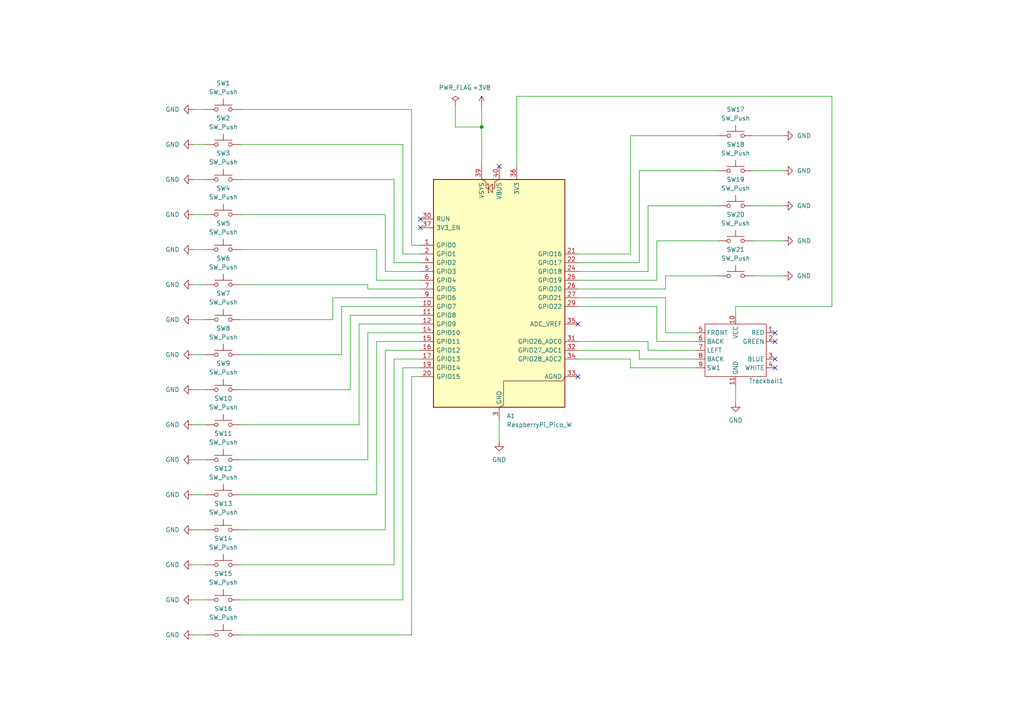
<source format=kicad_sch>
(kicad_sch
	(version 20250114)
	(generator "eeschema")
	(generator_version "9.0")
	(uuid "6c97b644-9d08-4902-88ff-d2dd19ff5847")
	(paper "A4")
	(lib_symbols
		(symbol "MCU_Module:RaspberryPi_Pico_W"
			(pin_names
				(offset 0.762)
			)
			(exclude_from_sim no)
			(in_bom yes)
			(on_board yes)
			(property "Reference" "A"
				(at -19.05 35.56 0)
				(effects
					(font
						(size 1.27 1.27)
					)
					(justify left)
				)
			)
			(property "Value" "RaspberryPi_Pico_W"
				(at 7.62 35.56 0)
				(effects
					(font
						(size 1.27 1.27)
					)
					(justify left)
				)
			)
			(property "Footprint" "Module:RaspberryPi_Pico_W_SMD_HandSolder"
				(at 0 -46.99 0)
				(effects
					(font
						(size 1.27 1.27)
					)
					(hide yes)
				)
			)
			(property "Datasheet" "https://datasheets.raspberrypi.com/picow/pico-w-datasheet.pdf"
				(at 0 -49.53 0)
				(effects
					(font
						(size 1.27 1.27)
					)
					(hide yes)
				)
			)
			(property "Description" "Versatile and inexpensive wireless microcontroller module powered by RP2040 dual-core Arm Cortex-M0+ processor up to 133 MHz, 264kB SRAM, 2MB QSPI flash, Infineon CYW43439 2.4GHz 802.11n wireless LAN; also supports Raspberry Pi Pico 2 W"
				(at 0 -52.07 0)
				(effects
					(font
						(size 1.27 1.27)
					)
					(hide yes)
				)
			)
			(property "ki_keywords" "RP2350A M33 RISC-V Hazard3 usb wifi bluetooth"
				(at 0 0 0)
				(effects
					(font
						(size 1.27 1.27)
					)
					(hide yes)
				)
			)
			(property "ki_fp_filters" "RaspberryPi?Pico?Common* RaspberryPi?Pico?W?SMD*"
				(at 0 0 0)
				(effects
					(font
						(size 1.27 1.27)
					)
					(hide yes)
				)
			)
			(symbol "RaspberryPi_Pico_W_0_1"
				(rectangle
					(start -19.05 34.29)
					(end 19.05 -31.75)
					(stroke
						(width 0.254)
						(type default)
					)
					(fill
						(type background)
					)
				)
				(polyline
					(pts
						(xy -5.08 34.29) (xy -3.81 33.655) (xy -3.81 31.75) (xy -3.175 31.75)
					)
					(stroke
						(width 0)
						(type default)
					)
					(fill
						(type none)
					)
				)
				(polyline
					(pts
						(xy -3.429 32.766) (xy -3.429 33.02) (xy -3.175 33.02) (xy -3.175 30.48) (xy -2.921 30.48) (xy -2.921 30.734)
					)
					(stroke
						(width 0)
						(type default)
					)
					(fill
						(type none)
					)
				)
				(polyline
					(pts
						(xy -3.175 31.75) (xy -1.905 33.02) (xy -1.905 30.48) (xy -3.175 31.75)
					)
					(stroke
						(width 0)
						(type default)
					)
					(fill
						(type none)
					)
				)
				(polyline
					(pts
						(xy 0 34.29) (xy -1.27 33.655) (xy -1.27 31.75) (xy -1.905 31.75)
					)
					(stroke
						(width 0)
						(type default)
					)
					(fill
						(type none)
					)
				)
				(polyline
					(pts
						(xy 0 -31.75) (xy 1.27 -31.115) (xy 1.27 -24.13) (xy 18.415 -24.13) (xy 19.05 -22.86)
					)
					(stroke
						(width 0)
						(type default)
					)
					(fill
						(type none)
					)
				)
			)
			(symbol "RaspberryPi_Pico_W_1_1"
				(pin passive line
					(at -22.86 22.86 0)
					(length 3.81)
					(name "RUN"
						(effects
							(font
								(size 1.27 1.27)
							)
						)
					)
					(number "30"
						(effects
							(font
								(size 1.27 1.27)
							)
						)
					)
					(alternate "~{RESET}" passive line)
				)
				(pin passive line
					(at -22.86 20.32 0)
					(length 3.81)
					(name "3V3_EN"
						(effects
							(font
								(size 1.27 1.27)
							)
						)
					)
					(number "37"
						(effects
							(font
								(size 1.27 1.27)
							)
						)
					)
					(alternate "~{3V3_DISABLE}" passive line)
				)
				(pin bidirectional line
					(at -22.86 15.24 0)
					(length 3.81)
					(name "GPIO0"
						(effects
							(font
								(size 1.27 1.27)
							)
						)
					)
					(number "1"
						(effects
							(font
								(size 1.27 1.27)
							)
						)
					)
					(alternate "I2C0_SDA" bidirectional line)
					(alternate "PWM0_A" output line)
					(alternate "SPI0_RX" input line)
					(alternate "UART0_TX" output line)
					(alternate "USB_OVCUR_DET" input line)
				)
				(pin bidirectional line
					(at -22.86 12.7 0)
					(length 3.81)
					(name "GPIO1"
						(effects
							(font
								(size 1.27 1.27)
							)
						)
					)
					(number "2"
						(effects
							(font
								(size 1.27 1.27)
							)
						)
					)
					(alternate "I2C0_SCL" bidirectional clock)
					(alternate "PWM0_B" bidirectional line)
					(alternate "UART0_RX" input line)
					(alternate "USB_VBUS_DET" passive line)
					(alternate "~{SPI0_CSn}" bidirectional line)
				)
				(pin bidirectional line
					(at -22.86 10.16 0)
					(length 3.81)
					(name "GPIO2"
						(effects
							(font
								(size 1.27 1.27)
							)
						)
					)
					(number "4"
						(effects
							(font
								(size 1.27 1.27)
							)
						)
					)
					(alternate "I2C1_SDA" bidirectional line)
					(alternate "PWM1_A" output line)
					(alternate "SPI0_SCK" bidirectional clock)
					(alternate "UART0_CTS" input line)
					(alternate "USB_VBUS_EN" output line)
				)
				(pin bidirectional line
					(at -22.86 7.62 0)
					(length 3.81)
					(name "GPIO3"
						(effects
							(font
								(size 1.27 1.27)
							)
						)
					)
					(number "5"
						(effects
							(font
								(size 1.27 1.27)
							)
						)
					)
					(alternate "I2C1_SCL" bidirectional clock)
					(alternate "PWM1_B" bidirectional line)
					(alternate "SPI0_TX" output line)
					(alternate "UART0_RTS" output line)
					(alternate "USB_OVCUR_DET" input line)
				)
				(pin bidirectional line
					(at -22.86 5.08 0)
					(length 3.81)
					(name "GPIO4"
						(effects
							(font
								(size 1.27 1.27)
							)
						)
					)
					(number "6"
						(effects
							(font
								(size 1.27 1.27)
							)
						)
					)
					(alternate "I2C0_SDA" bidirectional line)
					(alternate "PWM2_A" output line)
					(alternate "SPI0_RX" input line)
					(alternate "UART1_TX" output line)
					(alternate "USB_VBUS_DET" input line)
				)
				(pin bidirectional line
					(at -22.86 2.54 0)
					(length 3.81)
					(name "GPIO5"
						(effects
							(font
								(size 1.27 1.27)
							)
						)
					)
					(number "7"
						(effects
							(font
								(size 1.27 1.27)
							)
						)
					)
					(alternate "I2C0_SCL" bidirectional clock)
					(alternate "PWM2_B" bidirectional line)
					(alternate "UART1_RX" input line)
					(alternate "USB_VBUS_EN" output line)
					(alternate "~{SPI0_CSn}" bidirectional line)
				)
				(pin bidirectional line
					(at -22.86 0 0)
					(length 3.81)
					(name "GPIO6"
						(effects
							(font
								(size 1.27 1.27)
							)
						)
					)
					(number "9"
						(effects
							(font
								(size 1.27 1.27)
							)
						)
					)
					(alternate "I2C1_SDA" bidirectional line)
					(alternate "PWM3_A" output line)
					(alternate "SPI0_SCK" bidirectional clock)
					(alternate "UART1_CTS" input line)
					(alternate "USB_OVCUR_DET" input line)
				)
				(pin bidirectional line
					(at -22.86 -2.54 0)
					(length 3.81)
					(name "GPIO7"
						(effects
							(font
								(size 1.27 1.27)
							)
						)
					)
					(number "10"
						(effects
							(font
								(size 1.27 1.27)
							)
						)
					)
					(alternate "I2C1_SCL" bidirectional clock)
					(alternate "PWM3_B" bidirectional line)
					(alternate "SPI0_TX" output line)
					(alternate "UART1_RTS" output line)
					(alternate "USB_VBUS_DET" input line)
				)
				(pin bidirectional line
					(at -22.86 -5.08 0)
					(length 3.81)
					(name "GPIO8"
						(effects
							(font
								(size 1.27 1.27)
							)
						)
					)
					(number "11"
						(effects
							(font
								(size 1.27 1.27)
							)
						)
					)
					(alternate "I2C0_SDA" bidirectional line)
					(alternate "PWM4_A" output line)
					(alternate "SPI1_RX" input line)
					(alternate "UART1_TX" output line)
					(alternate "USB_VBUS_EN" output line)
				)
				(pin bidirectional line
					(at -22.86 -7.62 0)
					(length 3.81)
					(name "GPIO9"
						(effects
							(font
								(size 1.27 1.27)
							)
						)
					)
					(number "12"
						(effects
							(font
								(size 1.27 1.27)
							)
						)
					)
					(alternate "I2C0_SCL" bidirectional clock)
					(alternate "PWM4_B" bidirectional line)
					(alternate "UART1_RX" input line)
					(alternate "USB_OVCUR_DET" input line)
					(alternate "~{SPI1_CSn}" bidirectional line)
				)
				(pin bidirectional line
					(at -22.86 -10.16 0)
					(length 3.81)
					(name "GPIO10"
						(effects
							(font
								(size 1.27 1.27)
							)
						)
					)
					(number "14"
						(effects
							(font
								(size 1.27 1.27)
							)
						)
					)
					(alternate "I2C1_SDA" bidirectional line)
					(alternate "PWM5_A" output line)
					(alternate "SPI1_SCK" bidirectional clock)
					(alternate "UART1_CTS" input line)
					(alternate "USB_VBUS_DET" input line)
				)
				(pin bidirectional line
					(at -22.86 -12.7 0)
					(length 3.81)
					(name "GPIO11"
						(effects
							(font
								(size 1.27 1.27)
							)
						)
					)
					(number "15"
						(effects
							(font
								(size 1.27 1.27)
							)
						)
					)
					(alternate "I2C1_SCL" bidirectional clock)
					(alternate "PWM5_B" bidirectional line)
					(alternate "SPI1_TX" output line)
					(alternate "UART1_RTS" output line)
					(alternate "USB_VBUS_EN" output line)
				)
				(pin bidirectional line
					(at -22.86 -15.24 0)
					(length 3.81)
					(name "GPIO12"
						(effects
							(font
								(size 1.27 1.27)
							)
						)
					)
					(number "16"
						(effects
							(font
								(size 1.27 1.27)
							)
						)
					)
					(alternate "I2C0_SDA" bidirectional line)
					(alternate "PWM6_A" output line)
					(alternate "SPI1_RX" input line)
					(alternate "UART0_TX" output line)
					(alternate "USB_OVCUR_DET" input line)
				)
				(pin bidirectional line
					(at -22.86 -17.78 0)
					(length 3.81)
					(name "GPIO13"
						(effects
							(font
								(size 1.27 1.27)
							)
						)
					)
					(number "17"
						(effects
							(font
								(size 1.27 1.27)
							)
						)
					)
					(alternate "I2C0_SCL" bidirectional clock)
					(alternate "PWM6_B" bidirectional line)
					(alternate "UART0_RX" input line)
					(alternate "USB_VBUS_DET" input line)
					(alternate "~{SPI1_CSn}" bidirectional line)
				)
				(pin bidirectional line
					(at -22.86 -20.32 0)
					(length 3.81)
					(name "GPIO14"
						(effects
							(font
								(size 1.27 1.27)
							)
						)
					)
					(number "19"
						(effects
							(font
								(size 1.27 1.27)
							)
						)
					)
					(alternate "I2C1_SDA" bidirectional line)
					(alternate "PWM7_A" output line)
					(alternate "SPI1_SCK" bidirectional clock)
					(alternate "UART0_CTS" input line)
					(alternate "USB_VBUS_EN" output line)
				)
				(pin bidirectional line
					(at -22.86 -22.86 0)
					(length 3.81)
					(name "GPIO15"
						(effects
							(font
								(size 1.27 1.27)
							)
						)
					)
					(number "20"
						(effects
							(font
								(size 1.27 1.27)
							)
						)
					)
					(alternate "I2C1_SCL" bidirectional clock)
					(alternate "PWM7_B" bidirectional line)
					(alternate "SPI1_TX" output line)
					(alternate "UART0_RTS" output line)
					(alternate "USB_OVCUR_DET" input line)
				)
				(pin power_in line
					(at -5.08 38.1 270)
					(length 3.81)
					(name "VSYS"
						(effects
							(font
								(size 1.27 1.27)
							)
						)
					)
					(number "39"
						(effects
							(font
								(size 1.27 1.27)
							)
						)
					)
					(alternate "VSYS_OUT" power_out line)
				)
				(pin power_out line
					(at 0 38.1 270)
					(length 3.81)
					(name "VBUS"
						(effects
							(font
								(size 1.27 1.27)
							)
						)
					)
					(number "40"
						(effects
							(font
								(size 1.27 1.27)
							)
						)
					)
					(alternate "VBUS_IN" power_in line)
				)
				(pin passive line
					(at 0 -35.56 90)
					(length 3.81)
					(hide yes)
					(name "GND"
						(effects
							(font
								(size 1.27 1.27)
							)
						)
					)
					(number "13"
						(effects
							(font
								(size 1.27 1.27)
							)
						)
					)
				)
				(pin passive line
					(at 0 -35.56 90)
					(length 3.81)
					(hide yes)
					(name "GND"
						(effects
							(font
								(size 1.27 1.27)
							)
						)
					)
					(number "18"
						(effects
							(font
								(size 1.27 1.27)
							)
						)
					)
				)
				(pin passive line
					(at 0 -35.56 90)
					(length 3.81)
					(hide yes)
					(name "GND"
						(effects
							(font
								(size 1.27 1.27)
							)
						)
					)
					(number "23"
						(effects
							(font
								(size 1.27 1.27)
							)
						)
					)
				)
				(pin passive line
					(at 0 -35.56 90)
					(length 3.81)
					(hide yes)
					(name "GND"
						(effects
							(font
								(size 1.27 1.27)
							)
						)
					)
					(number "28"
						(effects
							(font
								(size 1.27 1.27)
							)
						)
					)
				)
				(pin power_out line
					(at 0 -35.56 90)
					(length 3.81)
					(name "GND"
						(effects
							(font
								(size 1.27 1.27)
							)
						)
					)
					(number "3"
						(effects
							(font
								(size 1.27 1.27)
							)
						)
					)
					(alternate "GND_IN" power_in line)
				)
				(pin passive line
					(at 0 -35.56 90)
					(length 3.81)
					(hide yes)
					(name "GND"
						(effects
							(font
								(size 1.27 1.27)
							)
						)
					)
					(number "38"
						(effects
							(font
								(size 1.27 1.27)
							)
						)
					)
				)
				(pin passive line
					(at 0 -35.56 90)
					(length 3.81)
					(hide yes)
					(name "GND"
						(effects
							(font
								(size 1.27 1.27)
							)
						)
					)
					(number "8"
						(effects
							(font
								(size 1.27 1.27)
							)
						)
					)
				)
				(pin power_out line
					(at 5.08 38.1 270)
					(length 3.81)
					(name "3V3"
						(effects
							(font
								(size 1.27 1.27)
							)
						)
					)
					(number "36"
						(effects
							(font
								(size 1.27 1.27)
							)
						)
					)
				)
				(pin bidirectional line
					(at 22.86 12.7 180)
					(length 3.81)
					(name "GPIO16"
						(effects
							(font
								(size 1.27 1.27)
							)
						)
					)
					(number "21"
						(effects
							(font
								(size 1.27 1.27)
							)
						)
					)
					(alternate "I2C0_SDA" bidirectional line)
					(alternate "PWM0_A" output line)
					(alternate "SPI0_RX" input line)
					(alternate "UART0_TX" output line)
					(alternate "USB_VBUS_DET" input line)
				)
				(pin bidirectional line
					(at 22.86 10.16 180)
					(length 3.81)
					(name "GPIO17"
						(effects
							(font
								(size 1.27 1.27)
							)
						)
					)
					(number "22"
						(effects
							(font
								(size 1.27 1.27)
							)
						)
					)
					(alternate "I2C0_SCL" bidirectional clock)
					(alternate "PWM0_B" bidirectional line)
					(alternate "UART0_RX" input line)
					(alternate "USB_VBUS_EN" output line)
					(alternate "~{SPI0_CSn}" bidirectional line)
				)
				(pin bidirectional line
					(at 22.86 7.62 180)
					(length 3.81)
					(name "GPIO18"
						(effects
							(font
								(size 1.27 1.27)
							)
						)
					)
					(number "24"
						(effects
							(font
								(size 1.27 1.27)
							)
						)
					)
					(alternate "I2C1_SDA" bidirectional line)
					(alternate "PWM1_A" output line)
					(alternate "SPI0_SCK" bidirectional clock)
					(alternate "UART0_CTS" input line)
					(alternate "USB_OVCUR_DET" input line)
				)
				(pin bidirectional line
					(at 22.86 5.08 180)
					(length 3.81)
					(name "GPIO19"
						(effects
							(font
								(size 1.27 1.27)
							)
						)
					)
					(number "25"
						(effects
							(font
								(size 1.27 1.27)
							)
						)
					)
					(alternate "I2C1_SCL" bidirectional clock)
					(alternate "PWM1_B" bidirectional line)
					(alternate "SPI0_TX" output line)
					(alternate "UART0_RTS" output line)
					(alternate "USB_VBUS_DET" input line)
				)
				(pin bidirectional line
					(at 22.86 2.54 180)
					(length 3.81)
					(name "GPIO20"
						(effects
							(font
								(size 1.27 1.27)
							)
						)
					)
					(number "26"
						(effects
							(font
								(size 1.27 1.27)
							)
						)
					)
					(alternate "CLOCK_GPIN0" input clock)
					(alternate "I2C0_SDA" bidirectional line)
					(alternate "PWM2_A" output line)
					(alternate "SPI0_RX" input line)
					(alternate "UART1_TX" output line)
					(alternate "USB_VBUS_EN" output line)
				)
				(pin bidirectional line
					(at 22.86 0 180)
					(length 3.81)
					(name "GPIO21"
						(effects
							(font
								(size 1.27 1.27)
							)
						)
					)
					(number "27"
						(effects
							(font
								(size 1.27 1.27)
							)
						)
					)
					(alternate "CLOCK_GPOUT0" output clock)
					(alternate "I2C0_SCL" bidirectional clock)
					(alternate "PWM2_B" bidirectional line)
					(alternate "UART1_RX" input line)
					(alternate "USB_OVCUR_DET" input line)
					(alternate "~{SPI0_CSn}" bidirectional line)
				)
				(pin bidirectional line
					(at 22.86 -2.54 180)
					(length 3.81)
					(name "GPIO22"
						(effects
							(font
								(size 1.27 1.27)
							)
						)
					)
					(number "29"
						(effects
							(font
								(size 1.27 1.27)
							)
						)
					)
					(alternate "CLOCK_GPIN1" input clock)
					(alternate "I2C1_SDA" bidirectional line)
					(alternate "PWM3_A" output line)
					(alternate "SPI0_SCK" bidirectional clock)
					(alternate "UART1_CTS" input line)
					(alternate "USB_VBUS_DET" input line)
				)
				(pin power_in line
					(at 22.86 -7.62 180)
					(length 3.81)
					(name "ADC_VREF"
						(effects
							(font
								(size 1.27 1.27)
							)
						)
					)
					(number "35"
						(effects
							(font
								(size 1.27 1.27)
							)
						)
					)
				)
				(pin bidirectional line
					(at 22.86 -12.7 180)
					(length 3.81)
					(name "GPIO26_ADC0"
						(effects
							(font
								(size 1.27 1.27)
							)
						)
					)
					(number "31"
						(effects
							(font
								(size 1.27 1.27)
							)
						)
					)
					(alternate "ADC0" input line)
					(alternate "GPIO26" bidirectional line)
					(alternate "I2C1_SDA" bidirectional line)
					(alternate "PWM5_A" output line)
					(alternate "SPI1_SCK" bidirectional clock)
					(alternate "UART1_CTS" input line)
					(alternate "USB_VBUS_EN" output line)
				)
				(pin bidirectional line
					(at 22.86 -15.24 180)
					(length 3.81)
					(name "GPIO27_ADC1"
						(effects
							(font
								(size 1.27 1.27)
							)
						)
					)
					(number "32"
						(effects
							(font
								(size 1.27 1.27)
							)
						)
					)
					(alternate "ADC1" input line)
					(alternate "GPIO27" bidirectional line)
					(alternate "I2C1_SCL" bidirectional clock)
					(alternate "PWM5_B" bidirectional line)
					(alternate "SPI1_TX" output line)
					(alternate "UART1_RTS" output line)
					(alternate "USB_OVCUR_DET" input line)
				)
				(pin bidirectional line
					(at 22.86 -17.78 180)
					(length 3.81)
					(name "GPIO28_ADC2"
						(effects
							(font
								(size 1.27 1.27)
							)
						)
					)
					(number "34"
						(effects
							(font
								(size 1.27 1.27)
							)
						)
					)
					(alternate "ADC2" input line)
					(alternate "GPIO28" bidirectional line)
					(alternate "I2C0_SDA" bidirectional line)
					(alternate "PWM6_A" output line)
					(alternate "SPI1_RX" input line)
					(alternate "UART0_TX" output line)
					(alternate "USB_VBUS_DET" input line)
				)
				(pin power_out line
					(at 22.86 -22.86 180)
					(length 3.81)
					(name "AGND"
						(effects
							(font
								(size 1.27 1.27)
							)
						)
					)
					(number "33"
						(effects
							(font
								(size 1.27 1.27)
							)
						)
					)
					(alternate "GND" passive line)
				)
			)
			(embedded_fonts no)
		)
		(symbol "Switch:SW_Push"
			(pin_numbers
				(hide yes)
			)
			(pin_names
				(offset 1.016)
				(hide yes)
			)
			(exclude_from_sim no)
			(in_bom yes)
			(on_board yes)
			(property "Reference" "SW"
				(at 1.27 2.54 0)
				(effects
					(font
						(size 1.27 1.27)
					)
					(justify left)
				)
			)
			(property "Value" "SW_Push"
				(at 0 -1.524 0)
				(effects
					(font
						(size 1.27 1.27)
					)
				)
			)
			(property "Footprint" ""
				(at 0 5.08 0)
				(effects
					(font
						(size 1.27 1.27)
					)
					(hide yes)
				)
			)
			(property "Datasheet" "~"
				(at 0 5.08 0)
				(effects
					(font
						(size 1.27 1.27)
					)
					(hide yes)
				)
			)
			(property "Description" "Push button switch, generic, two pins"
				(at 0 0 0)
				(effects
					(font
						(size 1.27 1.27)
					)
					(hide yes)
				)
			)
			(property "ki_keywords" "switch normally-open pushbutton push-button"
				(at 0 0 0)
				(effects
					(font
						(size 1.27 1.27)
					)
					(hide yes)
				)
			)
			(symbol "SW_Push_0_1"
				(circle
					(center -2.032 0)
					(radius 0.508)
					(stroke
						(width 0)
						(type default)
					)
					(fill
						(type none)
					)
				)
				(polyline
					(pts
						(xy 0 1.27) (xy 0 3.048)
					)
					(stroke
						(width 0)
						(type default)
					)
					(fill
						(type none)
					)
				)
				(circle
					(center 2.032 0)
					(radius 0.508)
					(stroke
						(width 0)
						(type default)
					)
					(fill
						(type none)
					)
				)
				(polyline
					(pts
						(xy 2.54 1.27) (xy -2.54 1.27)
					)
					(stroke
						(width 0)
						(type default)
					)
					(fill
						(type none)
					)
				)
				(pin passive line
					(at -5.08 0 0)
					(length 2.54)
					(name "1"
						(effects
							(font
								(size 1.27 1.27)
							)
						)
					)
					(number "1"
						(effects
							(font
								(size 1.27 1.27)
							)
						)
					)
				)
				(pin passive line
					(at 5.08 0 180)
					(length 2.54)
					(name "2"
						(effects
							(font
								(size 1.27 1.27)
							)
						)
					)
					(number "2"
						(effects
							(font
								(size 1.27 1.27)
							)
						)
					)
				)
			)
			(embedded_fonts no)
		)
		(symbol "Trackball_symbol:Trackball"
			(exclude_from_sim no)
			(in_bom yes)
			(on_board yes)
			(property "Reference" "Trackball"
				(at 9.398 8.89 0)
				(effects
					(font
						(size 1.27 1.27)
					)
				)
			)
			(property "Value" ""
				(at 0 0 0)
				(effects
					(font
						(size 1.27 1.27)
					)
				)
			)
			(property "Footprint" ""
				(at 0 0 0)
				(effects
					(font
						(size 1.27 1.27)
					)
					(hide yes)
				)
			)
			(property "Datasheet" ""
				(at 0 0 0)
				(effects
					(font
						(size 1.27 1.27)
					)
					(hide yes)
				)
			)
			(property "Description" ""
				(at 0 0 0)
				(effects
					(font
						(size 1.27 1.27)
					)
					(hide yes)
				)
			)
			(symbol "Trackball_0_1"
				(rectangle
					(start -8.89 7.62)
					(end 8.89 -7.62)
					(stroke
						(width 0)
						(type default)
					)
					(fill
						(type none)
					)
				)
			)
			(symbol "Trackball_1_1"
				(pin output line
					(at -11.43 5.08 0)
					(length 2.54)
					(name "FRONT"
						(effects
							(font
								(size 1.27 1.27)
							)
						)
					)
					(number "5"
						(effects
							(font
								(size 1.27 1.27)
							)
						)
					)
				)
				(pin output line
					(at -11.43 2.54 0)
					(length 2.54)
					(name "BACK"
						(effects
							(font
								(size 1.27 1.27)
							)
						)
					)
					(number "6"
						(effects
							(font
								(size 1.27 1.27)
							)
						)
					)
				)
				(pin output line
					(at -11.43 0 0)
					(length 2.54)
					(name "LEFT"
						(effects
							(font
								(size 1.27 1.27)
							)
						)
					)
					(number "7"
						(effects
							(font
								(size 1.27 1.27)
							)
						)
					)
				)
				(pin output line
					(at -11.43 -2.54 0)
					(length 2.54)
					(name "BACK"
						(effects
							(font
								(size 1.27 1.27)
							)
						)
					)
					(number "8"
						(effects
							(font
								(size 1.27 1.27)
							)
						)
					)
				)
				(pin output line
					(at -11.43 -5.08 0)
					(length 2.54)
					(name "SW1"
						(effects
							(font
								(size 1.27 1.27)
							)
						)
					)
					(number "9"
						(effects
							(font
								(size 1.27 1.27)
							)
						)
					)
				)
				(pin power_in line
					(at 0 10.16 270)
					(length 2.54)
					(name "VCC"
						(effects
							(font
								(size 1.27 1.27)
							)
						)
					)
					(number "10"
						(effects
							(font
								(size 1.27 1.27)
							)
						)
					)
				)
				(pin power_in line
					(at 0 -10.16 90)
					(length 2.54)
					(name "GND"
						(effects
							(font
								(size 1.27 1.27)
							)
						)
					)
					(number "11"
						(effects
							(font
								(size 1.27 1.27)
							)
						)
					)
				)
				(pin input line
					(at 11.43 5.08 180)
					(length 2.54)
					(name "RED"
						(effects
							(font
								(size 1.27 1.27)
							)
						)
					)
					(number "1"
						(effects
							(font
								(size 1.27 1.27)
							)
						)
					)
				)
				(pin output line
					(at 11.43 2.54 180)
					(length 2.54)
					(name "GREEN"
						(effects
							(font
								(size 1.27 1.27)
							)
						)
					)
					(number "2"
						(effects
							(font
								(size 1.27 1.27)
							)
						)
					)
				)
				(pin output line
					(at 11.43 -2.54 180)
					(length 2.54)
					(name "BLUE"
						(effects
							(font
								(size 1.27 1.27)
							)
						)
					)
					(number "3"
						(effects
							(font
								(size 1.27 1.27)
							)
						)
					)
				)
				(pin output line
					(at 11.43 -5.08 180)
					(length 2.54)
					(name "WHITE"
						(effects
							(font
								(size 1.27 1.27)
							)
						)
					)
					(number "4"
						(effects
							(font
								(size 1.27 1.27)
							)
						)
					)
				)
			)
			(embedded_fonts no)
		)
		(symbol "power:+3V8"
			(power)
			(pin_numbers
				(hide yes)
			)
			(pin_names
				(offset 0)
				(hide yes)
			)
			(exclude_from_sim no)
			(in_bom yes)
			(on_board yes)
			(property "Reference" "#PWR"
				(at 0 -3.81 0)
				(effects
					(font
						(size 1.27 1.27)
					)
					(hide yes)
				)
			)
			(property "Value" "+3V8"
				(at 0 3.556 0)
				(effects
					(font
						(size 1.27 1.27)
					)
				)
			)
			(property "Footprint" ""
				(at 0 0 0)
				(effects
					(font
						(size 1.27 1.27)
					)
					(hide yes)
				)
			)
			(property "Datasheet" ""
				(at 0 0 0)
				(effects
					(font
						(size 1.27 1.27)
					)
					(hide yes)
				)
			)
			(property "Description" "Power symbol creates a global label with name \"+3V8\""
				(at 0 0 0)
				(effects
					(font
						(size 1.27 1.27)
					)
					(hide yes)
				)
			)
			(property "ki_keywords" "global power"
				(at 0 0 0)
				(effects
					(font
						(size 1.27 1.27)
					)
					(hide yes)
				)
			)
			(symbol "+3V8_0_1"
				(polyline
					(pts
						(xy -0.762 1.27) (xy 0 2.54)
					)
					(stroke
						(width 0)
						(type default)
					)
					(fill
						(type none)
					)
				)
				(polyline
					(pts
						(xy 0 2.54) (xy 0.762 1.27)
					)
					(stroke
						(width 0)
						(type default)
					)
					(fill
						(type none)
					)
				)
				(polyline
					(pts
						(xy 0 0) (xy 0 2.54)
					)
					(stroke
						(width 0)
						(type default)
					)
					(fill
						(type none)
					)
				)
			)
			(symbol "+3V8_1_1"
				(pin power_in line
					(at 0 0 90)
					(length 0)
					(name "~"
						(effects
							(font
								(size 1.27 1.27)
							)
						)
					)
					(number "1"
						(effects
							(font
								(size 1.27 1.27)
							)
						)
					)
				)
			)
			(embedded_fonts no)
		)
		(symbol "power:GND"
			(power)
			(pin_numbers
				(hide yes)
			)
			(pin_names
				(offset 0)
				(hide yes)
			)
			(exclude_from_sim no)
			(in_bom yes)
			(on_board yes)
			(property "Reference" "#PWR"
				(at 0 -6.35 0)
				(effects
					(font
						(size 1.27 1.27)
					)
					(hide yes)
				)
			)
			(property "Value" "GND"
				(at 0 -3.81 0)
				(effects
					(font
						(size 1.27 1.27)
					)
				)
			)
			(property "Footprint" ""
				(at 0 0 0)
				(effects
					(font
						(size 1.27 1.27)
					)
					(hide yes)
				)
			)
			(property "Datasheet" ""
				(at 0 0 0)
				(effects
					(font
						(size 1.27 1.27)
					)
					(hide yes)
				)
			)
			(property "Description" "Power symbol creates a global label with name \"GND\" , ground"
				(at 0 0 0)
				(effects
					(font
						(size 1.27 1.27)
					)
					(hide yes)
				)
			)
			(property "ki_keywords" "global power"
				(at 0 0 0)
				(effects
					(font
						(size 1.27 1.27)
					)
					(hide yes)
				)
			)
			(symbol "GND_0_1"
				(polyline
					(pts
						(xy 0 0) (xy 0 -1.27) (xy 1.27 -1.27) (xy 0 -2.54) (xy -1.27 -1.27) (xy 0 -1.27)
					)
					(stroke
						(width 0)
						(type default)
					)
					(fill
						(type none)
					)
				)
			)
			(symbol "GND_1_1"
				(pin power_in line
					(at 0 0 270)
					(length 0)
					(name "~"
						(effects
							(font
								(size 1.27 1.27)
							)
						)
					)
					(number "1"
						(effects
							(font
								(size 1.27 1.27)
							)
						)
					)
				)
			)
			(embedded_fonts no)
		)
		(symbol "power:PWR_FLAG"
			(power)
			(pin_numbers
				(hide yes)
			)
			(pin_names
				(offset 0)
				(hide yes)
			)
			(exclude_from_sim no)
			(in_bom yes)
			(on_board yes)
			(property "Reference" "#FLG"
				(at 0 1.905 0)
				(effects
					(font
						(size 1.27 1.27)
					)
					(hide yes)
				)
			)
			(property "Value" "PWR_FLAG"
				(at 0 3.81 0)
				(effects
					(font
						(size 1.27 1.27)
					)
				)
			)
			(property "Footprint" ""
				(at 0 0 0)
				(effects
					(font
						(size 1.27 1.27)
					)
					(hide yes)
				)
			)
			(property "Datasheet" "~"
				(at 0 0 0)
				(effects
					(font
						(size 1.27 1.27)
					)
					(hide yes)
				)
			)
			(property "Description" "Special symbol for telling ERC where power comes from"
				(at 0 0 0)
				(effects
					(font
						(size 1.27 1.27)
					)
					(hide yes)
				)
			)
			(property "ki_keywords" "flag power"
				(at 0 0 0)
				(effects
					(font
						(size 1.27 1.27)
					)
					(hide yes)
				)
			)
			(symbol "PWR_FLAG_0_0"
				(pin power_out line
					(at 0 0 90)
					(length 0)
					(name "~"
						(effects
							(font
								(size 1.27 1.27)
							)
						)
					)
					(number "1"
						(effects
							(font
								(size 1.27 1.27)
							)
						)
					)
				)
			)
			(symbol "PWR_FLAG_0_1"
				(polyline
					(pts
						(xy 0 0) (xy 0 1.27) (xy -1.016 1.905) (xy 0 2.54) (xy 1.016 1.905) (xy 0 1.27)
					)
					(stroke
						(width 0)
						(type default)
					)
					(fill
						(type none)
					)
				)
			)
			(embedded_fonts no)
		)
	)
	(junction
		(at 139.7 36.83)
		(diameter 0)
		(color 0 0 0 0)
		(uuid "c6558830-7651-41c7-9dc8-7aa1e78390e1")
	)
	(no_connect
		(at 224.79 106.68)
		(uuid "48e8cbb8-7642-4365-abf5-28bb3d93e36b")
	)
	(no_connect
		(at 224.79 99.06)
		(uuid "61a59321-7701-4d5c-ad45-b5c2c72c8e40")
	)
	(no_connect
		(at 144.78 48.26)
		(uuid "65dd92cf-746e-43c2-8bc8-1bb199ba7c9c")
	)
	(no_connect
		(at 224.79 96.52)
		(uuid "762f40c0-917f-441a-be8e-6237220325c5")
	)
	(no_connect
		(at 167.64 109.22)
		(uuid "7ae91af8-0208-4997-a483-31bc2c3571d7")
	)
	(no_connect
		(at 121.92 66.04)
		(uuid "8d403dee-54c0-4f0b-ae66-de1d143ebc24")
	)
	(no_connect
		(at 121.92 63.5)
		(uuid "900fe526-5471-4b22-8dde-d46222d5128c")
	)
	(no_connect
		(at 224.79 104.14)
		(uuid "ab4797d2-ca89-49aa-8530-8cb7a988f67f")
	)
	(no_connect
		(at 167.64 93.98)
		(uuid "d79cdd20-1673-4e36-a774-042d6ebb4e49")
	)
	(wire
		(pts
			(xy 69.85 72.39) (xy 109.22 72.39)
		)
		(stroke
			(width 0)
			(type default)
		)
		(uuid "0152333a-6c81-46a7-b9a5-853685a07d75")
	)
	(wire
		(pts
			(xy 106.68 133.35) (xy 106.68 96.52)
		)
		(stroke
			(width 0)
			(type default)
		)
		(uuid "02574ab0-ec94-4ed0-9a0b-7991ecaaafac")
	)
	(wire
		(pts
			(xy 111.76 62.23) (xy 111.76 78.74)
		)
		(stroke
			(width 0)
			(type default)
		)
		(uuid "028a73c2-1c2f-4909-a053-f44d6f285187")
	)
	(wire
		(pts
			(xy 218.44 49.53) (xy 227.33 49.53)
		)
		(stroke
			(width 0)
			(type default)
		)
		(uuid "02b0a6a3-eeb0-48cd-88d2-da1f026884ae")
	)
	(wire
		(pts
			(xy 218.44 80.01) (xy 227.33 80.01)
		)
		(stroke
			(width 0)
			(type default)
		)
		(uuid "063d9483-8ab0-4e0b-b871-b6ca35a68ab7")
	)
	(wire
		(pts
			(xy 190.5 81.28) (xy 167.64 81.28)
		)
		(stroke
			(width 0)
			(type default)
		)
		(uuid "07473cc6-0550-4d92-9bb9-fd0ba4e155f3")
	)
	(wire
		(pts
			(xy 187.96 99.06) (xy 187.96 101.6)
		)
		(stroke
			(width 0)
			(type default)
		)
		(uuid "09946dac-b25f-48e1-9fdf-eda98c16c094")
	)
	(wire
		(pts
			(xy 114.3 104.14) (xy 121.92 104.14)
		)
		(stroke
			(width 0)
			(type default)
		)
		(uuid "09a034f2-0d2d-41ef-bcfe-bebad4e61f4b")
	)
	(wire
		(pts
			(xy 55.88 123.19) (xy 59.69 123.19)
		)
		(stroke
			(width 0)
			(type default)
		)
		(uuid "1426b98a-39eb-4fdc-9454-4376604e686f")
	)
	(wire
		(pts
			(xy 55.88 184.15) (xy 59.69 184.15)
		)
		(stroke
			(width 0)
			(type default)
		)
		(uuid "184fa55a-92bc-4508-9aa8-a8097bb9138b")
	)
	(wire
		(pts
			(xy 55.88 102.87) (xy 59.69 102.87)
		)
		(stroke
			(width 0)
			(type default)
		)
		(uuid "1a78dbd8-3f40-4a8f-ae56-1728e632669f")
	)
	(wire
		(pts
			(xy 193.04 80.01) (xy 208.28 80.01)
		)
		(stroke
			(width 0)
			(type default)
		)
		(uuid "1a7d4d88-add8-4ea4-aa41-22cf4b70d303")
	)
	(wire
		(pts
			(xy 167.64 99.06) (xy 187.96 99.06)
		)
		(stroke
			(width 0)
			(type default)
		)
		(uuid "1ca18ba3-7889-4823-b328-6ab8264397ee")
	)
	(wire
		(pts
			(xy 119.38 31.75) (xy 119.38 71.12)
		)
		(stroke
			(width 0)
			(type default)
		)
		(uuid "2440ac2b-c52d-4d17-82d7-b9ad80bf6f73")
	)
	(wire
		(pts
			(xy 132.08 30.48) (xy 132.08 36.83)
		)
		(stroke
			(width 0)
			(type default)
		)
		(uuid "24a84c54-a2d5-4f28-bd44-f3985a4b5b2b")
	)
	(wire
		(pts
			(xy 55.88 143.51) (xy 59.69 143.51)
		)
		(stroke
			(width 0)
			(type default)
		)
		(uuid "28840cc0-404c-48bc-901f-b56e01629e77")
	)
	(wire
		(pts
			(xy 55.88 41.91) (xy 59.69 41.91)
		)
		(stroke
			(width 0)
			(type default)
		)
		(uuid "2a47472c-ea78-4cd5-a4a7-33b0f277c92b")
	)
	(wire
		(pts
			(xy 55.88 72.39) (xy 59.69 72.39)
		)
		(stroke
			(width 0)
			(type default)
		)
		(uuid "2cd3c337-5db6-40ef-bec2-e179f0daa28f")
	)
	(wire
		(pts
			(xy 106.68 96.52) (xy 121.92 96.52)
		)
		(stroke
			(width 0)
			(type default)
		)
		(uuid "2cf61e0b-e1c9-4ef0-8f3d-e4628d6c72cc")
	)
	(wire
		(pts
			(xy 241.3 27.94) (xy 241.3 88.9)
		)
		(stroke
			(width 0)
			(type default)
		)
		(uuid "2f6b550f-19ef-4ece-906d-1f7c78714603")
	)
	(wire
		(pts
			(xy 190.5 69.85) (xy 190.5 81.28)
		)
		(stroke
			(width 0)
			(type default)
		)
		(uuid "32ae3716-f049-4f8a-9411-048f94efa545")
	)
	(wire
		(pts
			(xy 119.38 71.12) (xy 121.92 71.12)
		)
		(stroke
			(width 0)
			(type default)
		)
		(uuid "34e44873-973f-4447-b56d-77a61e5a6164")
	)
	(wire
		(pts
			(xy 167.64 104.14) (xy 182.88 104.14)
		)
		(stroke
			(width 0)
			(type default)
		)
		(uuid "3606613d-e484-4229-89f6-41f28f3e434d")
	)
	(wire
		(pts
			(xy 182.88 39.37) (xy 182.88 73.66)
		)
		(stroke
			(width 0)
			(type default)
		)
		(uuid "388b5cac-4e81-46d0-9d90-730444a6271a")
	)
	(wire
		(pts
			(xy 208.28 49.53) (xy 185.42 49.53)
		)
		(stroke
			(width 0)
			(type default)
		)
		(uuid "3c88e914-59e9-4922-afd4-7cff7b5c6a90")
	)
	(wire
		(pts
			(xy 193.04 83.82) (xy 167.64 83.82)
		)
		(stroke
			(width 0)
			(type default)
		)
		(uuid "3e33015b-a0a5-4ca6-b117-31587866c8df")
	)
	(wire
		(pts
			(xy 241.3 88.9) (xy 213.36 88.9)
		)
		(stroke
			(width 0)
			(type default)
		)
		(uuid "3ececb81-eea8-4952-acfe-b65ba82775c1")
	)
	(wire
		(pts
			(xy 132.08 36.83) (xy 139.7 36.83)
		)
		(stroke
			(width 0)
			(type default)
		)
		(uuid "3fa6cf10-5324-4766-8a4f-f612ae2dc95c")
	)
	(wire
		(pts
			(xy 55.88 163.83) (xy 59.69 163.83)
		)
		(stroke
			(width 0)
			(type default)
		)
		(uuid "3fd0a2b3-2cc7-4786-861b-422f0d232bd6")
	)
	(wire
		(pts
			(xy 106.68 82.55) (xy 106.68 83.82)
		)
		(stroke
			(width 0)
			(type default)
		)
		(uuid "41f1739d-3bcb-42ce-8300-c376b9d1da11")
	)
	(wire
		(pts
			(xy 99.06 102.87) (xy 99.06 88.9)
		)
		(stroke
			(width 0)
			(type default)
		)
		(uuid "44fa0f72-4a92-4939-9d7f-cabb2a277548")
	)
	(wire
		(pts
			(xy 55.88 133.35) (xy 59.69 133.35)
		)
		(stroke
			(width 0)
			(type default)
		)
		(uuid "4546a5c0-20e9-407a-94e4-f5997c58ed5b")
	)
	(wire
		(pts
			(xy 69.85 82.55) (xy 106.68 82.55)
		)
		(stroke
			(width 0)
			(type default)
		)
		(uuid "487dfeae-04b4-4894-8d07-6937cd862a2e")
	)
	(wire
		(pts
			(xy 69.85 123.19) (xy 104.14 123.19)
		)
		(stroke
			(width 0)
			(type default)
		)
		(uuid "4e100392-703b-4bd9-b868-f8d1a1accaaa")
	)
	(wire
		(pts
			(xy 144.78 121.92) (xy 144.78 128.27)
		)
		(stroke
			(width 0)
			(type default)
		)
		(uuid "4f6176da-bf4d-4b5c-9c58-fd5bfb1eaa75")
	)
	(wire
		(pts
			(xy 69.85 173.99) (xy 116.84 173.99)
		)
		(stroke
			(width 0)
			(type default)
		)
		(uuid "5015b2c7-9357-449d-a0c2-6344a67d7715")
	)
	(wire
		(pts
			(xy 213.36 111.76) (xy 213.36 116.84)
		)
		(stroke
			(width 0)
			(type default)
		)
		(uuid "51c544d3-b181-4a4f-9f77-1dcc07d84a53")
	)
	(wire
		(pts
			(xy 55.88 82.55) (xy 59.69 82.55)
		)
		(stroke
			(width 0)
			(type default)
		)
		(uuid "5694510a-98e3-4751-ad21-4c8bdcceb345")
	)
	(wire
		(pts
			(xy 218.44 39.37) (xy 227.33 39.37)
		)
		(stroke
			(width 0)
			(type default)
		)
		(uuid "569e403a-7617-4b33-842a-08f77d0da23a")
	)
	(wire
		(pts
			(xy 193.04 96.52) (xy 201.93 96.52)
		)
		(stroke
			(width 0)
			(type default)
		)
		(uuid "5872e928-1658-4193-88f7-5e1fe6b5baa0")
	)
	(wire
		(pts
			(xy 187.96 101.6) (xy 201.93 101.6)
		)
		(stroke
			(width 0)
			(type default)
		)
		(uuid "5ac0af9c-22c0-414e-b3b7-dde8c0a0fd7d")
	)
	(wire
		(pts
			(xy 55.88 113.03) (xy 59.69 113.03)
		)
		(stroke
			(width 0)
			(type default)
		)
		(uuid "5ae01155-d4a7-406d-be20-162405cb3f28")
	)
	(wire
		(pts
			(xy 182.88 73.66) (xy 167.64 73.66)
		)
		(stroke
			(width 0)
			(type default)
		)
		(uuid "5b08b19d-5cf2-458d-b9d7-60826d4b9ef3")
	)
	(wire
		(pts
			(xy 149.86 48.26) (xy 149.86 27.94)
		)
		(stroke
			(width 0)
			(type default)
		)
		(uuid "5fe22754-9d19-4d83-a9f9-2bb1b2718e58")
	)
	(wire
		(pts
			(xy 111.76 78.74) (xy 121.92 78.74)
		)
		(stroke
			(width 0)
			(type default)
		)
		(uuid "604f79df-31e7-492c-85ee-a78c3eb1d1b3")
	)
	(wire
		(pts
			(xy 69.85 163.83) (xy 114.3 163.83)
		)
		(stroke
			(width 0)
			(type default)
		)
		(uuid "618e20f6-6d79-4ad7-a1df-e88cccb52773")
	)
	(wire
		(pts
			(xy 116.84 73.66) (xy 121.92 73.66)
		)
		(stroke
			(width 0)
			(type default)
		)
		(uuid "65e2fdd5-0b40-4b31-a4d0-5dab314f8ead")
	)
	(wire
		(pts
			(xy 55.88 31.75) (xy 59.69 31.75)
		)
		(stroke
			(width 0)
			(type default)
		)
		(uuid "6df11d28-5404-4fa1-991f-eb484eca06f4")
	)
	(wire
		(pts
			(xy 193.04 80.01) (xy 193.04 83.82)
		)
		(stroke
			(width 0)
			(type default)
		)
		(uuid "6e1ec4d2-a979-4820-b846-1564c2b9dcb6")
	)
	(wire
		(pts
			(xy 101.6 113.03) (xy 101.6 91.44)
		)
		(stroke
			(width 0)
			(type default)
		)
		(uuid "72cd04d7-c708-4d3a-8079-aae88ca6a0be")
	)
	(wire
		(pts
			(xy 190.5 69.85) (xy 208.28 69.85)
		)
		(stroke
			(width 0)
			(type default)
		)
		(uuid "74dfc098-9150-4b97-b1e5-e93fffdb34ca")
	)
	(wire
		(pts
			(xy 208.28 39.37) (xy 182.88 39.37)
		)
		(stroke
			(width 0)
			(type default)
		)
		(uuid "7af5c797-d5fa-43dd-b8e9-025d1c37adda")
	)
	(wire
		(pts
			(xy 213.36 88.9) (xy 213.36 91.44)
		)
		(stroke
			(width 0)
			(type default)
		)
		(uuid "7cb24391-6132-4b17-a2de-c8c5d8911db4")
	)
	(wire
		(pts
			(xy 190.5 88.9) (xy 190.5 99.06)
		)
		(stroke
			(width 0)
			(type default)
		)
		(uuid "7e18af70-ebbc-406c-871b-0d47e426f0fc")
	)
	(wire
		(pts
			(xy 109.22 143.51) (xy 109.22 99.06)
		)
		(stroke
			(width 0)
			(type default)
		)
		(uuid "7f898740-a536-467f-832e-1ee845def8a5")
	)
	(wire
		(pts
			(xy 69.85 133.35) (xy 106.68 133.35)
		)
		(stroke
			(width 0)
			(type default)
		)
		(uuid "7faaa9ec-ca81-4beb-9ab5-0d6915cfca4d")
	)
	(wire
		(pts
			(xy 114.3 76.2) (xy 121.92 76.2)
		)
		(stroke
			(width 0)
			(type default)
		)
		(uuid "807a7b07-7c42-4922-86ec-3f117fd3b4f6")
	)
	(wire
		(pts
			(xy 114.3 52.07) (xy 114.3 76.2)
		)
		(stroke
			(width 0)
			(type default)
		)
		(uuid "812eabf0-437b-4967-bf15-5e3924e1e0da")
	)
	(wire
		(pts
			(xy 55.88 173.99) (xy 59.69 173.99)
		)
		(stroke
			(width 0)
			(type default)
		)
		(uuid "81cba6a8-3aca-485a-92ba-e2e3cdefb0c7")
	)
	(wire
		(pts
			(xy 139.7 30.48) (xy 139.7 36.83)
		)
		(stroke
			(width 0)
			(type default)
		)
		(uuid "843986a4-6ea9-4d74-817f-c417ccca4ef8")
	)
	(wire
		(pts
			(xy 190.5 99.06) (xy 201.93 99.06)
		)
		(stroke
			(width 0)
			(type default)
		)
		(uuid "89036201-b8e0-4d87-857a-64d5ebb610cd")
	)
	(wire
		(pts
			(xy 55.88 52.07) (xy 59.69 52.07)
		)
		(stroke
			(width 0)
			(type default)
		)
		(uuid "8afaf1bb-51fb-4700-8800-03c45fdd1f15")
	)
	(wire
		(pts
			(xy 55.88 92.71) (xy 59.69 92.71)
		)
		(stroke
			(width 0)
			(type default)
		)
		(uuid "8bc1269c-a40d-4ad1-a2fd-1ecec65ca0ac")
	)
	(wire
		(pts
			(xy 69.85 52.07) (xy 114.3 52.07)
		)
		(stroke
			(width 0)
			(type default)
		)
		(uuid "90d972b6-35a7-4a8b-9489-775de8916fd4")
	)
	(wire
		(pts
			(xy 104.14 93.98) (xy 121.92 93.98)
		)
		(stroke
			(width 0)
			(type default)
		)
		(uuid "95e6752f-e922-4e61-801a-68f0b0c77eed")
	)
	(wire
		(pts
			(xy 119.38 184.15) (xy 119.38 109.22)
		)
		(stroke
			(width 0)
			(type default)
		)
		(uuid "982c6282-e808-42bf-98ed-abeb864ddd0c")
	)
	(wire
		(pts
			(xy 69.85 143.51) (xy 109.22 143.51)
		)
		(stroke
			(width 0)
			(type default)
		)
		(uuid "988c4450-708e-4c44-b8a0-f1b8b5ffbc41")
	)
	(wire
		(pts
			(xy 167.64 86.36) (xy 193.04 86.36)
		)
		(stroke
			(width 0)
			(type default)
		)
		(uuid "99890457-e921-4317-af2c-629ff23bf19b")
	)
	(wire
		(pts
			(xy 96.52 92.71) (xy 96.52 86.36)
		)
		(stroke
			(width 0)
			(type default)
		)
		(uuid "9f8b5560-acf6-4945-9578-dcbd490bd83d")
	)
	(wire
		(pts
			(xy 55.88 153.67) (xy 59.69 153.67)
		)
		(stroke
			(width 0)
			(type default)
		)
		(uuid "a2fd8ea8-4c2d-47af-b406-5977657bdc8d")
	)
	(wire
		(pts
			(xy 185.42 101.6) (xy 185.42 104.14)
		)
		(stroke
			(width 0)
			(type default)
		)
		(uuid "a43ec3d7-0a63-4166-a5b8-96b19faf6811")
	)
	(wire
		(pts
			(xy 69.85 62.23) (xy 111.76 62.23)
		)
		(stroke
			(width 0)
			(type default)
		)
		(uuid "a828dc10-d584-42ab-8a8d-77919031eda6")
	)
	(wire
		(pts
			(xy 106.68 83.82) (xy 121.92 83.82)
		)
		(stroke
			(width 0)
			(type default)
		)
		(uuid "a9515511-4aa9-41d0-aee4-e6a715ee46c1")
	)
	(wire
		(pts
			(xy 208.28 59.69) (xy 187.96 59.69)
		)
		(stroke
			(width 0)
			(type default)
		)
		(uuid "af25d136-eb8b-4f1b-bc6b-8152a281149f")
	)
	(wire
		(pts
			(xy 69.85 31.75) (xy 119.38 31.75)
		)
		(stroke
			(width 0)
			(type default)
		)
		(uuid "af529223-2891-44e6-bb58-e506f68f1046")
	)
	(wire
		(pts
			(xy 119.38 109.22) (xy 121.92 109.22)
		)
		(stroke
			(width 0)
			(type default)
		)
		(uuid "b259e959-dd55-4fcd-99b4-e2eeee4e91dc")
	)
	(wire
		(pts
			(xy 187.96 78.74) (xy 167.64 78.74)
		)
		(stroke
			(width 0)
			(type default)
		)
		(uuid "b25d7dc9-67a1-401a-9080-bc69eb4d7680")
	)
	(wire
		(pts
			(xy 218.44 59.69) (xy 227.33 59.69)
		)
		(stroke
			(width 0)
			(type default)
		)
		(uuid "b4adef86-1464-44f4-bbc6-388008e22477")
	)
	(wire
		(pts
			(xy 69.85 41.91) (xy 116.84 41.91)
		)
		(stroke
			(width 0)
			(type default)
		)
		(uuid "b670d5c5-924c-4016-a5f9-c56e9b37dc83")
	)
	(wire
		(pts
			(xy 182.88 104.14) (xy 182.88 106.68)
		)
		(stroke
			(width 0)
			(type default)
		)
		(uuid "b71ae014-1b0a-4d64-96a1-85a52f920cb2")
	)
	(wire
		(pts
			(xy 167.64 88.9) (xy 190.5 88.9)
		)
		(stroke
			(width 0)
			(type default)
		)
		(uuid "b80bd8ca-64eb-418f-a49b-23a95670b5eb")
	)
	(wire
		(pts
			(xy 193.04 86.36) (xy 193.04 96.52)
		)
		(stroke
			(width 0)
			(type default)
		)
		(uuid "b983b534-78c9-419e-9276-7149f13193b2")
	)
	(wire
		(pts
			(xy 149.86 27.94) (xy 241.3 27.94)
		)
		(stroke
			(width 0)
			(type default)
		)
		(uuid "ba9734d3-450d-4682-bad1-114cd9fca753")
	)
	(wire
		(pts
			(xy 185.42 104.14) (xy 201.93 104.14)
		)
		(stroke
			(width 0)
			(type default)
		)
		(uuid "bea30762-7214-4fe3-90c5-a1fbbaa8a88e")
	)
	(wire
		(pts
			(xy 111.76 153.67) (xy 111.76 101.6)
		)
		(stroke
			(width 0)
			(type default)
		)
		(uuid "bf28656a-7729-4588-ae7c-2d907a4e3823")
	)
	(wire
		(pts
			(xy 101.6 91.44) (xy 121.92 91.44)
		)
		(stroke
			(width 0)
			(type default)
		)
		(uuid "c180978e-5603-4979-93e6-18033e9f3041")
	)
	(wire
		(pts
			(xy 139.7 36.83) (xy 139.7 48.26)
		)
		(stroke
			(width 0)
			(type default)
		)
		(uuid "c8248dc0-c4b0-4b94-8df6-8ca0742143ce")
	)
	(wire
		(pts
			(xy 116.84 41.91) (xy 116.84 73.66)
		)
		(stroke
			(width 0)
			(type default)
		)
		(uuid "c880c526-e328-4e16-b22f-9452ec47a82a")
	)
	(wire
		(pts
			(xy 109.22 72.39) (xy 109.22 81.28)
		)
		(stroke
			(width 0)
			(type default)
		)
		(uuid "cc4850ef-ee9b-4fe1-922a-a337fbf56396")
	)
	(wire
		(pts
			(xy 104.14 123.19) (xy 104.14 93.98)
		)
		(stroke
			(width 0)
			(type default)
		)
		(uuid "cd2ac86a-7f2f-4f54-ab5f-616d90a6c1cb")
	)
	(wire
		(pts
			(xy 55.88 62.23) (xy 59.69 62.23)
		)
		(stroke
			(width 0)
			(type default)
		)
		(uuid "cf01aacd-7291-4011-bc9c-e1649d257efe")
	)
	(wire
		(pts
			(xy 109.22 99.06) (xy 121.92 99.06)
		)
		(stroke
			(width 0)
			(type default)
		)
		(uuid "d024eac8-7b3c-460c-8f9e-4b36f0f60ef3")
	)
	(wire
		(pts
			(xy 218.44 69.85) (xy 227.33 69.85)
		)
		(stroke
			(width 0)
			(type default)
		)
		(uuid "d10ee0f8-d7b2-4729-b273-df722d9883f8")
	)
	(wire
		(pts
			(xy 109.22 81.28) (xy 121.92 81.28)
		)
		(stroke
			(width 0)
			(type default)
		)
		(uuid "d21e427b-398f-449e-b7db-2c9350d7017f")
	)
	(wire
		(pts
			(xy 69.85 153.67) (xy 111.76 153.67)
		)
		(stroke
			(width 0)
			(type default)
		)
		(uuid "d3881d0f-1323-40cc-8e3f-3b6955200b80")
	)
	(wire
		(pts
			(xy 114.3 163.83) (xy 114.3 104.14)
		)
		(stroke
			(width 0)
			(type default)
		)
		(uuid "d534c2ce-8b3a-4dc1-a79a-cede18b9c809")
	)
	(wire
		(pts
			(xy 99.06 88.9) (xy 121.92 88.9)
		)
		(stroke
			(width 0)
			(type default)
		)
		(uuid "d9ab0972-63fd-497e-be7d-eba6ac4638cc")
	)
	(wire
		(pts
			(xy 96.52 86.36) (xy 121.92 86.36)
		)
		(stroke
			(width 0)
			(type default)
		)
		(uuid "daca1b00-232e-422c-a77a-40250665e318")
	)
	(wire
		(pts
			(xy 185.42 76.2) (xy 167.64 76.2)
		)
		(stroke
			(width 0)
			(type default)
		)
		(uuid "e00782e9-c809-48cf-868d-7ea1a0852dbc")
	)
	(wire
		(pts
			(xy 69.85 113.03) (xy 101.6 113.03)
		)
		(stroke
			(width 0)
			(type default)
		)
		(uuid "e4e205fd-a04f-41e8-a81d-eb4368c8957c")
	)
	(wire
		(pts
			(xy 187.96 59.69) (xy 187.96 78.74)
		)
		(stroke
			(width 0)
			(type default)
		)
		(uuid "e901cedf-f236-4de7-87c7-21666a908bac")
	)
	(wire
		(pts
			(xy 69.85 102.87) (xy 99.06 102.87)
		)
		(stroke
			(width 0)
			(type default)
		)
		(uuid "f0541e38-2933-497c-bb88-1c43e02eef56")
	)
	(wire
		(pts
			(xy 69.85 92.71) (xy 96.52 92.71)
		)
		(stroke
			(width 0)
			(type default)
		)
		(uuid "f0c3b058-a5f1-46eb-983a-f035f8fa6f27")
	)
	(wire
		(pts
			(xy 116.84 173.99) (xy 116.84 106.68)
		)
		(stroke
			(width 0)
			(type default)
		)
		(uuid "f22094ad-4c43-4d86-88bb-18b101d3d02e")
	)
	(wire
		(pts
			(xy 116.84 106.68) (xy 121.92 106.68)
		)
		(stroke
			(width 0)
			(type default)
		)
		(uuid "f269bc10-1696-4a04-8491-51714f13135a")
	)
	(wire
		(pts
			(xy 111.76 101.6) (xy 121.92 101.6)
		)
		(stroke
			(width 0)
			(type default)
		)
		(uuid "f4171596-cfac-4c07-acec-a26d6a74cd2e")
	)
	(wire
		(pts
			(xy 167.64 101.6) (xy 185.42 101.6)
		)
		(stroke
			(width 0)
			(type default)
		)
		(uuid "f79ddce9-627c-4b05-b83f-113535cf7f47")
	)
	(wire
		(pts
			(xy 185.42 49.53) (xy 185.42 76.2)
		)
		(stroke
			(width 0)
			(type default)
		)
		(uuid "f98f7c24-ad2c-4350-9962-1daf8e017d46")
	)
	(wire
		(pts
			(xy 182.88 106.68) (xy 201.93 106.68)
		)
		(stroke
			(width 0)
			(type default)
		)
		(uuid "fcf7107f-d33b-42ee-b272-674475ecf757")
	)
	(wire
		(pts
			(xy 69.85 184.15) (xy 119.38 184.15)
		)
		(stroke
			(width 0)
			(type default)
		)
		(uuid "ff58fa8b-9925-4d03-a097-0c2bcf4d9ec9")
	)
	(symbol
		(lib_id "power:GND")
		(at 213.36 116.84 0)
		(unit 1)
		(exclude_from_sim no)
		(in_bom yes)
		(on_board yes)
		(dnp no)
		(fields_autoplaced yes)
		(uuid "007ed355-b8e9-45cd-b705-640f7c9daca8")
		(property "Reference" "#PWR024"
			(at 213.36 123.19 0)
			(effects
				(font
					(size 1.27 1.27)
				)
				(hide yes)
			)
		)
		(property "Value" "GND"
			(at 213.36 121.92 0)
			(effects
				(font
					(size 1.27 1.27)
				)
			)
		)
		(property "Footprint" ""
			(at 213.36 116.84 0)
			(effects
				(font
					(size 1.27 1.27)
				)
				(hide yes)
			)
		)
		(property "Datasheet" ""
			(at 213.36 116.84 0)
			(effects
				(font
					(size 1.27 1.27)
				)
				(hide yes)
			)
		)
		(property "Description" "Power symbol creates a global label with name \"GND\" , ground"
			(at 213.36 116.84 0)
			(effects
				(font
					(size 1.27 1.27)
				)
				(hide yes)
			)
		)
		(pin "1"
			(uuid "2e9c6d4f-81a6-43a6-b4be-07af15da30e9")
		)
		(instances
			(project "kbv3"
				(path "/6c97b644-9d08-4902-88ff-d2dd19ff5847"
					(reference "#PWR024")
					(unit 1)
				)
			)
		)
	)
	(symbol
		(lib_id "power:GND")
		(at 227.33 59.69 90)
		(unit 1)
		(exclude_from_sim no)
		(in_bom yes)
		(on_board yes)
		(dnp no)
		(fields_autoplaced yes)
		(uuid "01e98d7e-5117-4e9a-9ba7-852e1cc88718")
		(property "Reference" "#PWR021"
			(at 233.68 59.69 0)
			(effects
				(font
					(size 1.27 1.27)
				)
				(hide yes)
			)
		)
		(property "Value" "GND"
			(at 231.14 59.6899 90)
			(effects
				(font
					(size 1.27 1.27)
				)
				(justify right)
			)
		)
		(property "Footprint" ""
			(at 227.33 59.69 0)
			(effects
				(font
					(size 1.27 1.27)
				)
				(hide yes)
			)
		)
		(property "Datasheet" ""
			(at 227.33 59.69 0)
			(effects
				(font
					(size 1.27 1.27)
				)
				(hide yes)
			)
		)
		(property "Description" "Power symbol creates a global label with name \"GND\" , ground"
			(at 227.33 59.69 0)
			(effects
				(font
					(size 1.27 1.27)
				)
				(hide yes)
			)
		)
		(pin "1"
			(uuid "f26ade54-b4b5-4dc6-8ab3-0509b9eb1862")
		)
		(instances
			(project "kbv3"
				(path "/6c97b644-9d08-4902-88ff-d2dd19ff5847"
					(reference "#PWR021")
					(unit 1)
				)
			)
		)
	)
	(symbol
		(lib_id "Switch:SW_Push")
		(at 213.36 69.85 0)
		(unit 1)
		(exclude_from_sim no)
		(in_bom yes)
		(on_board yes)
		(dnp no)
		(fields_autoplaced yes)
		(uuid "024de1b9-5428-4956-bdb6-5caec9d8fb20")
		(property "Reference" "SW20"
			(at 213.36 62.23 0)
			(effects
				(font
					(size 1.27 1.27)
				)
			)
		)
		(property "Value" "SW_Push"
			(at 213.36 64.77 0)
			(effects
				(font
					(size 1.27 1.27)
				)
			)
		)
		(property "Footprint" "Kailh_socket_MX:Kailh_socket_MX"
			(at 213.36 64.77 0)
			(effects
				(font
					(size 1.27 1.27)
				)
				(hide yes)
			)
		)
		(property "Datasheet" "~"
			(at 213.36 64.77 0)
			(effects
				(font
					(size 1.27 1.27)
				)
				(hide yes)
			)
		)
		(property "Description" "Push button switch, generic, two pins"
			(at 213.36 69.85 0)
			(effects
				(font
					(size 1.27 1.27)
				)
				(hide yes)
			)
		)
		(pin "1"
			(uuid "fd44525a-90fa-48e3-bdb9-e2f711583070")
		)
		(pin "2"
			(uuid "036d9113-fcfc-492f-a8db-40325e688f18")
		)
		(instances
			(project "kbv3"
				(path "/6c97b644-9d08-4902-88ff-d2dd19ff5847"
					(reference "SW20")
					(unit 1)
				)
			)
		)
	)
	(symbol
		(lib_id "power:GND")
		(at 55.88 143.51 270)
		(unit 1)
		(exclude_from_sim no)
		(in_bom yes)
		(on_board yes)
		(dnp no)
		(fields_autoplaced yes)
		(uuid "0bb3b277-fd21-4c80-9dd9-8c0e3dc8956d")
		(property "Reference" "#PWR014"
			(at 49.53 143.51 0)
			(effects
				(font
					(size 1.27 1.27)
				)
				(hide yes)
			)
		)
		(property "Value" "GND"
			(at 52.07 143.5099 90)
			(effects
				(font
					(size 1.27 1.27)
				)
				(justify right)
			)
		)
		(property "Footprint" ""
			(at 55.88 143.51 0)
			(effects
				(font
					(size 1.27 1.27)
				)
				(hide yes)
			)
		)
		(property "Datasheet" ""
			(at 55.88 143.51 0)
			(effects
				(font
					(size 1.27 1.27)
				)
				(hide yes)
			)
		)
		(property "Description" "Power symbol creates a global label with name \"GND\" , ground"
			(at 55.88 143.51 0)
			(effects
				(font
					(size 1.27 1.27)
				)
				(hide yes)
			)
		)
		(pin "1"
			(uuid "ee2b22bd-e7e7-4c91-b82d-e5033dc01dfa")
		)
		(instances
			(project "kbv3"
				(path "/6c97b644-9d08-4902-88ff-d2dd19ff5847"
					(reference "#PWR014")
					(unit 1)
				)
			)
		)
	)
	(symbol
		(lib_id "Switch:SW_Push")
		(at 64.77 133.35 0)
		(unit 1)
		(exclude_from_sim no)
		(in_bom yes)
		(on_board yes)
		(dnp no)
		(fields_autoplaced yes)
		(uuid "0ea053d7-ea65-4069-84db-f2f3cdebc934")
		(property "Reference" "SW11"
			(at 64.77 125.73 0)
			(effects
				(font
					(size 1.27 1.27)
				)
			)
		)
		(property "Value" "SW_Push"
			(at 64.77 128.27 0)
			(effects
				(font
					(size 1.27 1.27)
				)
			)
		)
		(property "Footprint" "Kailh_socket_MX:Kailh_socket_MX"
			(at 64.77 128.27 0)
			(effects
				(font
					(size 1.27 1.27)
				)
				(hide yes)
			)
		)
		(property "Datasheet" "~"
			(at 64.77 128.27 0)
			(effects
				(font
					(size 1.27 1.27)
				)
				(hide yes)
			)
		)
		(property "Description" "Push button switch, generic, two pins"
			(at 64.77 133.35 0)
			(effects
				(font
					(size 1.27 1.27)
				)
				(hide yes)
			)
		)
		(pin "1"
			(uuid "4f507bc2-2b5d-4b0c-a1c1-fe61a0a4a0dd")
		)
		(pin "2"
			(uuid "ab8f4a26-2105-4211-8c19-cb17d35491a4")
		)
		(instances
			(project "kbv3"
				(path "/6c97b644-9d08-4902-88ff-d2dd19ff5847"
					(reference "SW11")
					(unit 1)
				)
			)
		)
	)
	(symbol
		(lib_id "power:GND")
		(at 55.88 82.55 270)
		(unit 1)
		(exclude_from_sim no)
		(in_bom yes)
		(on_board yes)
		(dnp no)
		(fields_autoplaced yes)
		(uuid "19e0943a-ce66-41ad-9c92-d4690f67116c")
		(property "Reference" "#PWR08"
			(at 49.53 82.55 0)
			(effects
				(font
					(size 1.27 1.27)
				)
				(hide yes)
			)
		)
		(property "Value" "GND"
			(at 52.07 82.5499 90)
			(effects
				(font
					(size 1.27 1.27)
				)
				(justify right)
			)
		)
		(property "Footprint" ""
			(at 55.88 82.55 0)
			(effects
				(font
					(size 1.27 1.27)
				)
				(hide yes)
			)
		)
		(property "Datasheet" ""
			(at 55.88 82.55 0)
			(effects
				(font
					(size 1.27 1.27)
				)
				(hide yes)
			)
		)
		(property "Description" "Power symbol creates a global label with name \"GND\" , ground"
			(at 55.88 82.55 0)
			(effects
				(font
					(size 1.27 1.27)
				)
				(hide yes)
			)
		)
		(pin "1"
			(uuid "dd9c782e-96c3-4a18-942c-5965ac2957c7")
		)
		(instances
			(project "kbv3"
				(path "/6c97b644-9d08-4902-88ff-d2dd19ff5847"
					(reference "#PWR08")
					(unit 1)
				)
			)
		)
	)
	(symbol
		(lib_id "Switch:SW_Push")
		(at 213.36 39.37 0)
		(unit 1)
		(exclude_from_sim no)
		(in_bom yes)
		(on_board yes)
		(dnp no)
		(fields_autoplaced yes)
		(uuid "1fe5a130-7488-47fe-ae60-221fe66f89d0")
		(property "Reference" "SW17"
			(at 213.36 31.75 0)
			(effects
				(font
					(size 1.27 1.27)
				)
			)
		)
		(property "Value" "SW_Push"
			(at 213.36 34.29 0)
			(effects
				(font
					(size 1.27 1.27)
				)
			)
		)
		(property "Footprint" "Kailh_socket_MX:Kailh_socket_MX"
			(at 213.36 34.29 0)
			(effects
				(font
					(size 1.27 1.27)
				)
				(hide yes)
			)
		)
		(property "Datasheet" "~"
			(at 213.36 34.29 0)
			(effects
				(font
					(size 1.27 1.27)
				)
				(hide yes)
			)
		)
		(property "Description" "Push button switch, generic, two pins"
			(at 213.36 39.37 0)
			(effects
				(font
					(size 1.27 1.27)
				)
				(hide yes)
			)
		)
		(pin "1"
			(uuid "9019f196-dcaf-4129-a324-7546aec048ac")
		)
		(pin "2"
			(uuid "334a0a7e-147a-4265-a643-efddb11d1e9c")
		)
		(instances
			(project "kbv3"
				(path "/6c97b644-9d08-4902-88ff-d2dd19ff5847"
					(reference "SW17")
					(unit 1)
				)
			)
		)
	)
	(symbol
		(lib_id "Switch:SW_Push")
		(at 64.77 123.19 0)
		(unit 1)
		(exclude_from_sim no)
		(in_bom yes)
		(on_board yes)
		(dnp no)
		(fields_autoplaced yes)
		(uuid "23e72ce0-275f-4bd5-8f92-d16ced12ea00")
		(property "Reference" "SW10"
			(at 64.77 115.57 0)
			(effects
				(font
					(size 1.27 1.27)
				)
			)
		)
		(property "Value" "SW_Push"
			(at 64.77 118.11 0)
			(effects
				(font
					(size 1.27 1.27)
				)
			)
		)
		(property "Footprint" "Kailh_socket_MX:Kailh_socket_MX"
			(at 64.77 118.11 0)
			(effects
				(font
					(size 1.27 1.27)
				)
				(hide yes)
			)
		)
		(property "Datasheet" "~"
			(at 64.77 118.11 0)
			(effects
				(font
					(size 1.27 1.27)
				)
				(hide yes)
			)
		)
		(property "Description" "Push button switch, generic, two pins"
			(at 64.77 123.19 0)
			(effects
				(font
					(size 1.27 1.27)
				)
				(hide yes)
			)
		)
		(pin "1"
			(uuid "716aff4f-dcbf-4c24-b695-280b031cc123")
		)
		(pin "2"
			(uuid "53d6acd2-d3e0-4f8c-9bd8-6900bd926288")
		)
		(instances
			(project "kbv3"
				(path "/6c97b644-9d08-4902-88ff-d2dd19ff5847"
					(reference "SW10")
					(unit 1)
				)
			)
		)
	)
	(symbol
		(lib_id "power:GND")
		(at 55.88 72.39 270)
		(unit 1)
		(exclude_from_sim no)
		(in_bom yes)
		(on_board yes)
		(dnp no)
		(fields_autoplaced yes)
		(uuid "2c23f052-ccd1-4583-a4c3-31d6c1c43891")
		(property "Reference" "#PWR07"
			(at 49.53 72.39 0)
			(effects
				(font
					(size 1.27 1.27)
				)
				(hide yes)
			)
		)
		(property "Value" "GND"
			(at 52.07 72.3899 90)
			(effects
				(font
					(size 1.27 1.27)
				)
				(justify right)
			)
		)
		(property "Footprint" ""
			(at 55.88 72.39 0)
			(effects
				(font
					(size 1.27 1.27)
				)
				(hide yes)
			)
		)
		(property "Datasheet" ""
			(at 55.88 72.39 0)
			(effects
				(font
					(size 1.27 1.27)
				)
				(hide yes)
			)
		)
		(property "Description" "Power symbol creates a global label with name \"GND\" , ground"
			(at 55.88 72.39 0)
			(effects
				(font
					(size 1.27 1.27)
				)
				(hide yes)
			)
		)
		(pin "1"
			(uuid "e4fa06f2-2572-46e4-b89e-e0bc37100b51")
		)
		(instances
			(project "kbv3"
				(path "/6c97b644-9d08-4902-88ff-d2dd19ff5847"
					(reference "#PWR07")
					(unit 1)
				)
			)
		)
	)
	(symbol
		(lib_id "Switch:SW_Push")
		(at 213.36 80.01 0)
		(unit 1)
		(exclude_from_sim no)
		(in_bom yes)
		(on_board yes)
		(dnp no)
		(fields_autoplaced yes)
		(uuid "2d177a18-3d2f-49d3-ae8d-f93f3e15a2f3")
		(property "Reference" "SW21"
			(at 213.36 72.39 0)
			(effects
				(font
					(size 1.27 1.27)
				)
			)
		)
		(property "Value" "SW_Push"
			(at 213.36 74.93 0)
			(effects
				(font
					(size 1.27 1.27)
				)
			)
		)
		(property "Footprint" "Kailh_socket_MX:Kailh_socket_MX"
			(at 213.36 74.93 0)
			(effects
				(font
					(size 1.27 1.27)
				)
				(hide yes)
			)
		)
		(property "Datasheet" "~"
			(at 213.36 74.93 0)
			(effects
				(font
					(size 1.27 1.27)
				)
				(hide yes)
			)
		)
		(property "Description" "Push button switch, generic, two pins"
			(at 213.36 80.01 0)
			(effects
				(font
					(size 1.27 1.27)
				)
				(hide yes)
			)
		)
		(pin "1"
			(uuid "74631330-d277-4d7e-94e9-89d56014699e")
		)
		(pin "2"
			(uuid "130add4f-cfc0-4fff-9288-922150064673")
		)
		(instances
			(project "kbv3"
				(path "/6c97b644-9d08-4902-88ff-d2dd19ff5847"
					(reference "SW21")
					(unit 1)
				)
			)
		)
	)
	(symbol
		(lib_id "power:GND")
		(at 55.88 184.15 270)
		(unit 1)
		(exclude_from_sim no)
		(in_bom yes)
		(on_board yes)
		(dnp no)
		(fields_autoplaced yes)
		(uuid "36dc7b60-0d45-4e84-8eca-03815d4b248f")
		(property "Reference" "#PWR018"
			(at 49.53 184.15 0)
			(effects
				(font
					(size 1.27 1.27)
				)
				(hide yes)
			)
		)
		(property "Value" "GND"
			(at 52.07 184.1499 90)
			(effects
				(font
					(size 1.27 1.27)
				)
				(justify right)
			)
		)
		(property "Footprint" ""
			(at 55.88 184.15 0)
			(effects
				(font
					(size 1.27 1.27)
				)
				(hide yes)
			)
		)
		(property "Datasheet" ""
			(at 55.88 184.15 0)
			(effects
				(font
					(size 1.27 1.27)
				)
				(hide yes)
			)
		)
		(property "Description" "Power symbol creates a global label with name \"GND\" , ground"
			(at 55.88 184.15 0)
			(effects
				(font
					(size 1.27 1.27)
				)
				(hide yes)
			)
		)
		(pin "1"
			(uuid "26950b07-42ee-40a2-a3c4-60302c7c5055")
		)
		(instances
			(project "kbv3"
				(path "/6c97b644-9d08-4902-88ff-d2dd19ff5847"
					(reference "#PWR018")
					(unit 1)
				)
			)
		)
	)
	(symbol
		(lib_id "Switch:SW_Push")
		(at 64.77 163.83 0)
		(unit 1)
		(exclude_from_sim no)
		(in_bom yes)
		(on_board yes)
		(dnp no)
		(fields_autoplaced yes)
		(uuid "3a2317b0-23d3-4578-81e1-a096ef5376fb")
		(property "Reference" "SW14"
			(at 64.77 156.21 0)
			(effects
				(font
					(size 1.27 1.27)
				)
			)
		)
		(property "Value" "SW_Push"
			(at 64.77 158.75 0)
			(effects
				(font
					(size 1.27 1.27)
				)
			)
		)
		(property "Footprint" "Kailh_socket_MX:Kailh_socket_MX"
			(at 64.77 158.75 0)
			(effects
				(font
					(size 1.27 1.27)
				)
				(hide yes)
			)
		)
		(property "Datasheet" "~"
			(at 64.77 158.75 0)
			(effects
				(font
					(size 1.27 1.27)
				)
				(hide yes)
			)
		)
		(property "Description" "Push button switch, generic, two pins"
			(at 64.77 163.83 0)
			(effects
				(font
					(size 1.27 1.27)
				)
				(hide yes)
			)
		)
		(pin "1"
			(uuid "809adca8-23e0-41e9-89eb-e44ca43a44b5")
		)
		(pin "2"
			(uuid "2223dd0c-47d4-4157-9b56-2fec8ebd4994")
		)
		(instances
			(project "kbv3"
				(path "/6c97b644-9d08-4902-88ff-d2dd19ff5847"
					(reference "SW14")
					(unit 1)
				)
			)
		)
	)
	(symbol
		(lib_id "Switch:SW_Push")
		(at 64.77 82.55 0)
		(unit 1)
		(exclude_from_sim no)
		(in_bom yes)
		(on_board yes)
		(dnp no)
		(fields_autoplaced yes)
		(uuid "47cce1e6-47b4-47bb-b867-5b45703cf891")
		(property "Reference" "SW6"
			(at 64.77 74.93 0)
			(effects
				(font
					(size 1.27 1.27)
				)
			)
		)
		(property "Value" "SW_Push"
			(at 64.77 77.47 0)
			(effects
				(font
					(size 1.27 1.27)
				)
			)
		)
		(property "Footprint" "Kailh_socket_MX:Kailh_socket_MX"
			(at 64.77 77.47 0)
			(effects
				(font
					(size 1.27 1.27)
				)
				(hide yes)
			)
		)
		(property "Datasheet" "~"
			(at 64.77 77.47 0)
			(effects
				(font
					(size 1.27 1.27)
				)
				(hide yes)
			)
		)
		(property "Description" "Push button switch, generic, two pins"
			(at 64.77 82.55 0)
			(effects
				(font
					(size 1.27 1.27)
				)
				(hide yes)
			)
		)
		(pin "1"
			(uuid "244bdb86-847a-4663-9f3d-56a913638824")
		)
		(pin "2"
			(uuid "d7121e3c-0d0e-4445-930b-5608d3f4170e")
		)
		(instances
			(project "kbv3"
				(path "/6c97b644-9d08-4902-88ff-d2dd19ff5847"
					(reference "SW6")
					(unit 1)
				)
			)
		)
	)
	(symbol
		(lib_id "Switch:SW_Push")
		(at 64.77 62.23 0)
		(unit 1)
		(exclude_from_sim no)
		(in_bom yes)
		(on_board yes)
		(dnp no)
		(fields_autoplaced yes)
		(uuid "4c6f750b-2a7a-4fd0-98dc-7362be265492")
		(property "Reference" "SW4"
			(at 64.77 54.61 0)
			(effects
				(font
					(size 1.27 1.27)
				)
			)
		)
		(property "Value" "SW_Push"
			(at 64.77 57.15 0)
			(effects
				(font
					(size 1.27 1.27)
				)
			)
		)
		(property "Footprint" "Kailh_socket_MX:Kailh_socket_MX"
			(at 64.77 57.15 0)
			(effects
				(font
					(size 1.27 1.27)
				)
				(hide yes)
			)
		)
		(property "Datasheet" "~"
			(at 64.77 57.15 0)
			(effects
				(font
					(size 1.27 1.27)
				)
				(hide yes)
			)
		)
		(property "Description" "Push button switch, generic, two pins"
			(at 64.77 62.23 0)
			(effects
				(font
					(size 1.27 1.27)
				)
				(hide yes)
			)
		)
		(pin "1"
			(uuid "f6f22396-041a-4566-8f17-d8884c4e1cbc")
		)
		(pin "2"
			(uuid "cd725afe-646a-4217-bd41-8b849f9bd50a")
		)
		(instances
			(project "kbv3"
				(path "/6c97b644-9d08-4902-88ff-d2dd19ff5847"
					(reference "SW4")
					(unit 1)
				)
			)
		)
	)
	(symbol
		(lib_id "Switch:SW_Push")
		(at 64.77 153.67 0)
		(unit 1)
		(exclude_from_sim no)
		(in_bom yes)
		(on_board yes)
		(dnp no)
		(fields_autoplaced yes)
		(uuid "4cf01ecb-f83f-4882-a04c-25661ec4cdf9")
		(property "Reference" "SW13"
			(at 64.77 146.05 0)
			(effects
				(font
					(size 1.27 1.27)
				)
			)
		)
		(property "Value" "SW_Push"
			(at 64.77 148.59 0)
			(effects
				(font
					(size 1.27 1.27)
				)
			)
		)
		(property "Footprint" "Kailh_socket_MX:Kailh_socket_MX"
			(at 64.77 148.59 0)
			(effects
				(font
					(size 1.27 1.27)
				)
				(hide yes)
			)
		)
		(property "Datasheet" "~"
			(at 64.77 148.59 0)
			(effects
				(font
					(size 1.27 1.27)
				)
				(hide yes)
			)
		)
		(property "Description" "Push button switch, generic, two pins"
			(at 64.77 153.67 0)
			(effects
				(font
					(size 1.27 1.27)
				)
				(hide yes)
			)
		)
		(pin "1"
			(uuid "39bc5bfa-6112-42e3-9537-9f9ac68d7d45")
		)
		(pin "2"
			(uuid "c23d0bb6-3246-44db-bbed-b907c116610a")
		)
		(instances
			(project "kbv3"
				(path "/6c97b644-9d08-4902-88ff-d2dd19ff5847"
					(reference "SW13")
					(unit 1)
				)
			)
		)
	)
	(symbol
		(lib_id "Switch:SW_Push")
		(at 64.77 113.03 0)
		(unit 1)
		(exclude_from_sim no)
		(in_bom yes)
		(on_board yes)
		(dnp no)
		(fields_autoplaced yes)
		(uuid "51b60d90-c5ac-4713-9963-cfeae468381a")
		(property "Reference" "SW9"
			(at 64.77 105.41 0)
			(effects
				(font
					(size 1.27 1.27)
				)
			)
		)
		(property "Value" "SW_Push"
			(at 64.77 107.95 0)
			(effects
				(font
					(size 1.27 1.27)
				)
			)
		)
		(property "Footprint" "Kailh_socket_MX:Kailh_socket_MX"
			(at 64.77 107.95 0)
			(effects
				(font
					(size 1.27 1.27)
				)
				(hide yes)
			)
		)
		(property "Datasheet" "~"
			(at 64.77 107.95 0)
			(effects
				(font
					(size 1.27 1.27)
				)
				(hide yes)
			)
		)
		(property "Description" "Push button switch, generic, two pins"
			(at 64.77 113.03 0)
			(effects
				(font
					(size 1.27 1.27)
				)
				(hide yes)
			)
		)
		(pin "1"
			(uuid "cfa7d3c8-8e05-466c-a65f-bd41a85db82e")
		)
		(pin "2"
			(uuid "e4468897-571c-4515-8e8b-d43bf7047149")
		)
		(instances
			(project "kbv3"
				(path "/6c97b644-9d08-4902-88ff-d2dd19ff5847"
					(reference "SW9")
					(unit 1)
				)
			)
		)
	)
	(symbol
		(lib_id "MCU_Module:RaspberryPi_Pico_W")
		(at 144.78 86.36 0)
		(unit 1)
		(exclude_from_sim no)
		(in_bom yes)
		(on_board yes)
		(dnp no)
		(fields_autoplaced yes)
		(uuid "5388d9b6-ecc7-4045-987c-b1a1032f7f95")
		(property "Reference" "A1"
			(at 146.9233 120.65 0)
			(effects
				(font
					(size 1.27 1.27)
				)
				(justify left)
			)
		)
		(property "Value" "RaspberryPi_Pico_W"
			(at 146.9233 123.19 0)
			(effects
				(font
					(size 1.27 1.27)
				)
				(justify left)
			)
		)
		(property "Footprint" "Module:RaspberryPi_Pico_Common_THT"
			(at 144.78 133.35 0)
			(effects
				(font
					(size 1.27 1.27)
				)
				(hide yes)
			)
		)
		(property "Datasheet" "https://datasheets.raspberrypi.com/picow/pico-w-datasheet.pdf"
			(at 144.78 135.89 0)
			(effects
				(font
					(size 1.27 1.27)
				)
				(hide yes)
			)
		)
		(property "Description" "Versatile and inexpensive wireless microcontroller module powered by RP2040 dual-core Arm Cortex-M0+ processor up to 133 MHz, 264kB SRAM, 2MB QSPI flash, Infineon CYW43439 2.4GHz 802.11n wireless LAN; also supports Raspberry Pi Pico 2 W"
			(at 144.78 138.43 0)
			(effects
				(font
					(size 1.27 1.27)
				)
				(hide yes)
			)
		)
		(pin "39"
			(uuid "5db96176-4bda-42bd-9550-8ed2858e224c")
		)
		(pin "37"
			(uuid "43d5537b-e41c-443e-abb0-a60e52167962")
		)
		(pin "18"
			(uuid "d217e5ae-5e6b-4b25-8d80-6ef14e15f4a8")
		)
		(pin "14"
			(uuid "be12da83-68ae-4d8e-b7bc-95ac7aab1494")
		)
		(pin "3"
			(uuid "c6bb97dd-2b8d-4895-98c5-937c4642fe35")
		)
		(pin "36"
			(uuid "b17cb7de-663c-43cc-9756-deb166323693")
		)
		(pin "8"
			(uuid "10ce161c-1f23-4b41-b98c-839962ec359f")
		)
		(pin "24"
			(uuid "46fab687-1e53-46bb-99c6-be802526b306")
		)
		(pin "26"
			(uuid "94d68fa1-7d87-400d-9dbf-18623a13f5b4")
		)
		(pin "6"
			(uuid "180cd9c6-1dcd-49e9-b4a8-3b6bdeba5ffa")
		)
		(pin "16"
			(uuid "d54775e5-4e54-4f0d-8442-1e4f6da19878")
		)
		(pin "4"
			(uuid "6635f0b9-020d-41ab-9933-bd31ac3e1d60")
		)
		(pin "5"
			(uuid "1993963d-0db1-4e54-ad57-bfc096995c73")
		)
		(pin "11"
			(uuid "adb7d725-d7f8-4ede-8e6a-fe7ddf0d3c86")
		)
		(pin "30"
			(uuid "ff863dd8-7e10-4a4c-8d05-ec00383ba16b")
		)
		(pin "2"
			(uuid "c21bd7d0-8cd1-41ee-9e07-a66dee1b4f34")
		)
		(pin "9"
			(uuid "99d01637-8a7f-4749-b0ad-3831a598562c")
		)
		(pin "15"
			(uuid "cd0c53f0-fb37-4aa3-8be3-a502260ede9c")
		)
		(pin "17"
			(uuid "0e917d76-4fab-4c98-b6b7-8995bf5614b9")
		)
		(pin "19"
			(uuid "68f8336a-e4f6-4c62-8036-f833f0e1c18a")
		)
		(pin "7"
			(uuid "0dbf0f7d-e47c-42a2-a1cf-e3df8eba4374")
		)
		(pin "10"
			(uuid "49b6adb6-c746-4b61-8cac-c67095b8ebe6")
		)
		(pin "1"
			(uuid "5e14b932-d1b1-44a3-8461-f4b607341582")
		)
		(pin "12"
			(uuid "6541ddb0-51da-4e69-aa86-bf156e40ee46")
		)
		(pin "20"
			(uuid "b7ae6315-4bf3-41a5-b83e-368f9a4b8c8c")
		)
		(pin "40"
			(uuid "e1b220e5-6d7d-4ca5-94ea-c1fdf8c1f084")
		)
		(pin "13"
			(uuid "b92d0ffa-72f3-431d-8da5-4d0e06431c47")
		)
		(pin "23"
			(uuid "31d55fbb-15f4-496d-a692-793e31cf4989")
		)
		(pin "28"
			(uuid "c514be0f-1cd8-40ec-817c-b38fab2ad6b8")
		)
		(pin "38"
			(uuid "9ee6658f-68a5-4a38-9c16-0ece9c89b79e")
		)
		(pin "21"
			(uuid "10f2408b-f53e-4acf-ba8f-2df5717104fb")
		)
		(pin "22"
			(uuid "5aff9915-b205-4b9b-84aa-095ea0179222")
		)
		(pin "25"
			(uuid "9bf604e6-0f9a-418b-9fe5-2190a694c1ad")
		)
		(pin "29"
			(uuid "56c4534e-8992-40fc-a257-65677edccd95")
		)
		(pin "27"
			(uuid "ba71e298-4cc5-4ba4-97d7-b1f077f65113")
		)
		(pin "34"
			(uuid "a1b842b2-8c09-472e-af15-e60c1153ddfc")
		)
		(pin "33"
			(uuid "3ea3a38d-65b6-4202-8a89-e05fa11b99d3")
		)
		(pin "31"
			(uuid "91570c8d-daa7-456c-ad27-b26fb6b850df")
		)
		(pin "35"
			(uuid "ddd29b73-247f-4aee-ab9c-db73fc369bb5")
		)
		(pin "32"
			(uuid "c0ed97a5-d69c-4174-bc8b-66cd831fd849")
		)
		(instances
			(project "kbv3"
				(path "/6c97b644-9d08-4902-88ff-d2dd19ff5847"
					(reference "A1")
					(unit 1)
				)
			)
		)
	)
	(symbol
		(lib_id "power:GND")
		(at 55.88 31.75 270)
		(unit 1)
		(exclude_from_sim no)
		(in_bom yes)
		(on_board yes)
		(dnp no)
		(fields_autoplaced yes)
		(uuid "53e4dec7-5cc3-4feb-a5af-e0012fcd12e4")
		(property "Reference" "#PWR03"
			(at 49.53 31.75 0)
			(effects
				(font
					(size 1.27 1.27)
				)
				(hide yes)
			)
		)
		(property "Value" "GND"
			(at 52.07 31.7499 90)
			(effects
				(font
					(size 1.27 1.27)
				)
				(justify right)
			)
		)
		(property "Footprint" ""
			(at 55.88 31.75 0)
			(effects
				(font
					(size 1.27 1.27)
				)
				(hide yes)
			)
		)
		(property "Datasheet" ""
			(at 55.88 31.75 0)
			(effects
				(font
					(size 1.27 1.27)
				)
				(hide yes)
			)
		)
		(property "Description" "Power symbol creates a global label with name \"GND\" , ground"
			(at 55.88 31.75 0)
			(effects
				(font
					(size 1.27 1.27)
				)
				(hide yes)
			)
		)
		(pin "1"
			(uuid "31817d40-abd2-44b8-8924-70810217ed09")
		)
		(instances
			(project "kbv3"
				(path "/6c97b644-9d08-4902-88ff-d2dd19ff5847"
					(reference "#PWR03")
					(unit 1)
				)
			)
		)
	)
	(symbol
		(lib_id "Switch:SW_Push")
		(at 64.77 41.91 0)
		(unit 1)
		(exclude_from_sim no)
		(in_bom yes)
		(on_board yes)
		(dnp no)
		(fields_autoplaced yes)
		(uuid "5e540173-58ef-4277-b66f-5cb41c6acb10")
		(property "Reference" "SW2"
			(at 64.77 34.29 0)
			(effects
				(font
					(size 1.27 1.27)
				)
			)
		)
		(property "Value" "SW_Push"
			(at 64.77 36.83 0)
			(effects
				(font
					(size 1.27 1.27)
				)
			)
		)
		(property "Footprint" "Kailh_socket_MX:Kailh_socket_MX"
			(at 64.77 36.83 0)
			(effects
				(font
					(size 1.27 1.27)
				)
				(hide yes)
			)
		)
		(property "Datasheet" "~"
			(at 64.77 36.83 0)
			(effects
				(font
					(size 1.27 1.27)
				)
				(hide yes)
			)
		)
		(property "Description" "Push button switch, generic, two pins"
			(at 64.77 41.91 0)
			(effects
				(font
					(size 1.27 1.27)
				)
				(hide yes)
			)
		)
		(pin "1"
			(uuid "3c4c654d-e152-4b46-a901-49822643a35d")
		)
		(pin "2"
			(uuid "66a0ee91-fac9-4975-860b-ce2e73f58a32")
		)
		(instances
			(project "kbv3"
				(path "/6c97b644-9d08-4902-88ff-d2dd19ff5847"
					(reference "SW2")
					(unit 1)
				)
			)
		)
	)
	(symbol
		(lib_id "power:GND")
		(at 144.78 128.27 0)
		(unit 1)
		(exclude_from_sim no)
		(in_bom yes)
		(on_board yes)
		(dnp no)
		(fields_autoplaced yes)
		(uuid "68081f05-9daa-4708-bd76-bb2711450a1d")
		(property "Reference" "#PWR02"
			(at 144.78 134.62 0)
			(effects
				(font
					(size 1.27 1.27)
				)
				(hide yes)
			)
		)
		(property "Value" "GND"
			(at 144.78 133.35 0)
			(effects
				(font
					(size 1.27 1.27)
				)
			)
		)
		(property "Footprint" ""
			(at 144.78 128.27 0)
			(effects
				(font
					(size 1.27 1.27)
				)
				(hide yes)
			)
		)
		(property "Datasheet" ""
			(at 144.78 128.27 0)
			(effects
				(font
					(size 1.27 1.27)
				)
				(hide yes)
			)
		)
		(property "Description" "Power symbol creates a global label with name \"GND\" , ground"
			(at 144.78 128.27 0)
			(effects
				(font
					(size 1.27 1.27)
				)
				(hide yes)
			)
		)
		(pin "1"
			(uuid "388205a9-2e0b-454d-8498-b6f9309277c0")
		)
		(instances
			(project "kbv3"
				(path "/6c97b644-9d08-4902-88ff-d2dd19ff5847"
					(reference "#PWR02")
					(unit 1)
				)
			)
		)
	)
	(symbol
		(lib_id "Switch:SW_Push")
		(at 64.77 52.07 0)
		(unit 1)
		(exclude_from_sim no)
		(in_bom yes)
		(on_board yes)
		(dnp no)
		(fields_autoplaced yes)
		(uuid "68a3cf22-6fc8-43c2-9a80-c9e06be3ee25")
		(property "Reference" "SW3"
			(at 64.77 44.45 0)
			(effects
				(font
					(size 1.27 1.27)
				)
			)
		)
		(property "Value" "SW_Push"
			(at 64.77 46.99 0)
			(effects
				(font
					(size 1.27 1.27)
				)
			)
		)
		(property "Footprint" "Kailh_socket_MX:Kailh_socket_MX"
			(at 64.77 46.99 0)
			(effects
				(font
					(size 1.27 1.27)
				)
				(hide yes)
			)
		)
		(property "Datasheet" "~"
			(at 64.77 46.99 0)
			(effects
				(font
					(size 1.27 1.27)
				)
				(hide yes)
			)
		)
		(property "Description" "Push button switch, generic, two pins"
			(at 64.77 52.07 0)
			(effects
				(font
					(size 1.27 1.27)
				)
				(hide yes)
			)
		)
		(pin "1"
			(uuid "620754fe-c941-46f6-b968-b4e1d9e3329e")
		)
		(pin "2"
			(uuid "86580853-1634-4b7f-86a0-c85e8262857e")
		)
		(instances
			(project "kbv3"
				(path "/6c97b644-9d08-4902-88ff-d2dd19ff5847"
					(reference "SW3")
					(unit 1)
				)
			)
		)
	)
	(symbol
		(lib_id "power:GND")
		(at 55.88 133.35 270)
		(unit 1)
		(exclude_from_sim no)
		(in_bom yes)
		(on_board yes)
		(dnp no)
		(fields_autoplaced yes)
		(uuid "759d95c4-1151-4e52-b3e4-f3cc34bfd871")
		(property "Reference" "#PWR013"
			(at 49.53 133.35 0)
			(effects
				(font
					(size 1.27 1.27)
				)
				(hide yes)
			)
		)
		(property "Value" "GND"
			(at 52.07 133.3499 90)
			(effects
				(font
					(size 1.27 1.27)
				)
				(justify right)
			)
		)
		(property "Footprint" ""
			(at 55.88 133.35 0)
			(effects
				(font
					(size 1.27 1.27)
				)
				(hide yes)
			)
		)
		(property "Datasheet" ""
			(at 55.88 133.35 0)
			(effects
				(font
					(size 1.27 1.27)
				)
				(hide yes)
			)
		)
		(property "Description" "Power symbol creates a global label with name \"GND\" , ground"
			(at 55.88 133.35 0)
			(effects
				(font
					(size 1.27 1.27)
				)
				(hide yes)
			)
		)
		(pin "1"
			(uuid "9e029f78-0b63-4e23-8fef-b7aea2abb20c")
		)
		(instances
			(project "kbv3"
				(path "/6c97b644-9d08-4902-88ff-d2dd19ff5847"
					(reference "#PWR013")
					(unit 1)
				)
			)
		)
	)
	(symbol
		(lib_id "power:PWR_FLAG")
		(at 132.08 30.48 0)
		(unit 1)
		(exclude_from_sim no)
		(in_bom yes)
		(on_board yes)
		(dnp no)
		(fields_autoplaced yes)
		(uuid "7947d682-e561-4fd0-8315-7459e1ac848b")
		(property "Reference" "#FLG01"
			(at 132.08 28.575 0)
			(effects
				(font
					(size 1.27 1.27)
				)
				(hide yes)
			)
		)
		(property "Value" "PWR_FLAG"
			(at 132.08 25.4 0)
			(effects
				(font
					(size 1.27 1.27)
				)
			)
		)
		(property "Footprint" ""
			(at 132.08 30.48 0)
			(effects
				(font
					(size 1.27 1.27)
				)
				(hide yes)
			)
		)
		(property "Datasheet" "~"
			(at 132.08 30.48 0)
			(effects
				(font
					(size 1.27 1.27)
				)
				(hide yes)
			)
		)
		(property "Description" "Special symbol for telling ERC where power comes from"
			(at 132.08 30.48 0)
			(effects
				(font
					(size 1.27 1.27)
				)
				(hide yes)
			)
		)
		(pin "1"
			(uuid "df562ba0-e95c-4b25-9373-6587f76c9df1")
		)
		(instances
			(project ""
				(path "/6c97b644-9d08-4902-88ff-d2dd19ff5847"
					(reference "#FLG01")
					(unit 1)
				)
			)
		)
	)
	(symbol
		(lib_id "power:GND")
		(at 55.88 123.19 270)
		(unit 1)
		(exclude_from_sim no)
		(in_bom yes)
		(on_board yes)
		(dnp no)
		(fields_autoplaced yes)
		(uuid "7e08b676-de95-44fd-a0f8-f1db31421123")
		(property "Reference" "#PWR012"
			(at 49.53 123.19 0)
			(effects
				(font
					(size 1.27 1.27)
				)
				(hide yes)
			)
		)
		(property "Value" "GND"
			(at 52.07 123.1899 90)
			(effects
				(font
					(size 1.27 1.27)
				)
				(justify right)
			)
		)
		(property "Footprint" ""
			(at 55.88 123.19 0)
			(effects
				(font
					(size 1.27 1.27)
				)
				(hide yes)
			)
		)
		(property "Datasheet" ""
			(at 55.88 123.19 0)
			(effects
				(font
					(size 1.27 1.27)
				)
				(hide yes)
			)
		)
		(property "Description" "Power symbol creates a global label with name \"GND\" , ground"
			(at 55.88 123.19 0)
			(effects
				(font
					(size 1.27 1.27)
				)
				(hide yes)
			)
		)
		(pin "1"
			(uuid "c943b61a-b66d-4811-9c1c-c361746671e3")
		)
		(instances
			(project "kbv3"
				(path "/6c97b644-9d08-4902-88ff-d2dd19ff5847"
					(reference "#PWR012")
					(unit 1)
				)
			)
		)
	)
	(symbol
		(lib_id "Switch:SW_Push")
		(at 213.36 49.53 0)
		(unit 1)
		(exclude_from_sim no)
		(in_bom yes)
		(on_board yes)
		(dnp no)
		(fields_autoplaced yes)
		(uuid "7fde5978-8931-4f95-9885-da914b258ff0")
		(property "Reference" "SW18"
			(at 213.36 41.91 0)
			(effects
				(font
					(size 1.27 1.27)
				)
			)
		)
		(property "Value" "SW_Push"
			(at 213.36 44.45 0)
			(effects
				(font
					(size 1.27 1.27)
				)
			)
		)
		(property "Footprint" "Kailh_socket_MX:Kailh_socket_MX"
			(at 213.36 44.45 0)
			(effects
				(font
					(size 1.27 1.27)
				)
				(hide yes)
			)
		)
		(property "Datasheet" "~"
			(at 213.36 44.45 0)
			(effects
				(font
					(size 1.27 1.27)
				)
				(hide yes)
			)
		)
		(property "Description" "Push button switch, generic, two pins"
			(at 213.36 49.53 0)
			(effects
				(font
					(size 1.27 1.27)
				)
				(hide yes)
			)
		)
		(pin "1"
			(uuid "cccc1416-2d0a-4a95-a626-4bb37b4f3f02")
		)
		(pin "2"
			(uuid "6df74176-1cd1-4741-a265-6275134f521c")
		)
		(instances
			(project "kbv3"
				(path "/6c97b644-9d08-4902-88ff-d2dd19ff5847"
					(reference "SW18")
					(unit 1)
				)
			)
		)
	)
	(symbol
		(lib_id "power:GND")
		(at 55.88 52.07 270)
		(unit 1)
		(exclude_from_sim no)
		(in_bom yes)
		(on_board yes)
		(dnp no)
		(fields_autoplaced yes)
		(uuid "81b3df39-55c6-4f7c-935d-3755564baa9d")
		(property "Reference" "#PWR05"
			(at 49.53 52.07 0)
			(effects
				(font
					(size 1.27 1.27)
				)
				(hide yes)
			)
		)
		(property "Value" "GND"
			(at 52.07 52.0699 90)
			(effects
				(font
					(size 1.27 1.27)
				)
				(justify right)
			)
		)
		(property "Footprint" ""
			(at 55.88 52.07 0)
			(effects
				(font
					(size 1.27 1.27)
				)
				(hide yes)
			)
		)
		(property "Datasheet" ""
			(at 55.88 52.07 0)
			(effects
				(font
					(size 1.27 1.27)
				)
				(hide yes)
			)
		)
		(property "Description" "Power symbol creates a global label with name \"GND\" , ground"
			(at 55.88 52.07 0)
			(effects
				(font
					(size 1.27 1.27)
				)
				(hide yes)
			)
		)
		(pin "1"
			(uuid "764c6f3e-5dcc-4017-972a-047b91257434")
		)
		(instances
			(project "kbv3"
				(path "/6c97b644-9d08-4902-88ff-d2dd19ff5847"
					(reference "#PWR05")
					(unit 1)
				)
			)
		)
	)
	(symbol
		(lib_id "power:GND")
		(at 227.33 80.01 90)
		(unit 1)
		(exclude_from_sim no)
		(in_bom yes)
		(on_board yes)
		(dnp no)
		(fields_autoplaced yes)
		(uuid "8f06909c-83f5-4e39-b70e-c038df9da122")
		(property "Reference" "#PWR023"
			(at 233.68 80.01 0)
			(effects
				(font
					(size 1.27 1.27)
				)
				(hide yes)
			)
		)
		(property "Value" "GND"
			(at 231.14 80.0099 90)
			(effects
				(font
					(size 1.27 1.27)
				)
				(justify right)
			)
		)
		(property "Footprint" ""
			(at 227.33 80.01 0)
			(effects
				(font
					(size 1.27 1.27)
				)
				(hide yes)
			)
		)
		(property "Datasheet" ""
			(at 227.33 80.01 0)
			(effects
				(font
					(size 1.27 1.27)
				)
				(hide yes)
			)
		)
		(property "Description" "Power symbol creates a global label with name \"GND\" , ground"
			(at 227.33 80.01 0)
			(effects
				(font
					(size 1.27 1.27)
				)
				(hide yes)
			)
		)
		(pin "1"
			(uuid "85bdddb2-b9cf-4cc8-b0ad-a9ec8e9c4765")
		)
		(instances
			(project "kbv3"
				(path "/6c97b644-9d08-4902-88ff-d2dd19ff5847"
					(reference "#PWR023")
					(unit 1)
				)
			)
		)
	)
	(symbol
		(lib_id "Switch:SW_Push")
		(at 64.77 72.39 0)
		(unit 1)
		(exclude_from_sim no)
		(in_bom yes)
		(on_board yes)
		(dnp no)
		(fields_autoplaced yes)
		(uuid "91f28134-0f1b-40e7-99d3-86d8fb7b9509")
		(property "Reference" "SW5"
			(at 64.77 64.77 0)
			(effects
				(font
					(size 1.27 1.27)
				)
			)
		)
		(property "Value" "SW_Push"
			(at 64.77 67.31 0)
			(effects
				(font
					(size 1.27 1.27)
				)
			)
		)
		(property "Footprint" "Kailh_socket_MX:Kailh_socket_MX"
			(at 64.77 67.31 0)
			(effects
				(font
					(size 1.27 1.27)
				)
				(hide yes)
			)
		)
		(property "Datasheet" "~"
			(at 64.77 67.31 0)
			(effects
				(font
					(size 1.27 1.27)
				)
				(hide yes)
			)
		)
		(property "Description" "Push button switch, generic, two pins"
			(at 64.77 72.39 0)
			(effects
				(font
					(size 1.27 1.27)
				)
				(hide yes)
			)
		)
		(pin "1"
			(uuid "3c2fd5c8-e86f-4415-bd6a-8ea8916410a1")
		)
		(pin "2"
			(uuid "3b34ae00-fbc8-4404-b071-bc166226b737")
		)
		(instances
			(project "kbv3"
				(path "/6c97b644-9d08-4902-88ff-d2dd19ff5847"
					(reference "SW5")
					(unit 1)
				)
			)
		)
	)
	(symbol
		(lib_id "Switch:SW_Push")
		(at 213.36 59.69 0)
		(unit 1)
		(exclude_from_sim no)
		(in_bom yes)
		(on_board yes)
		(dnp no)
		(fields_autoplaced yes)
		(uuid "9ae88b5b-5fd5-4dd6-a007-511581977d86")
		(property "Reference" "SW19"
			(at 213.36 52.07 0)
			(effects
				(font
					(size 1.27 1.27)
				)
			)
		)
		(property "Value" "SW_Push"
			(at 213.36 54.61 0)
			(effects
				(font
					(size 1.27 1.27)
				)
			)
		)
		(property "Footprint" "Kailh_socket_MX:Kailh_socket_MX"
			(at 213.36 54.61 0)
			(effects
				(font
					(size 1.27 1.27)
				)
				(hide yes)
			)
		)
		(property "Datasheet" "~"
			(at 213.36 54.61 0)
			(effects
				(font
					(size 1.27 1.27)
				)
				(hide yes)
			)
		)
		(property "Description" "Push button switch, generic, two pins"
			(at 213.36 59.69 0)
			(effects
				(font
					(size 1.27 1.27)
				)
				(hide yes)
			)
		)
		(pin "1"
			(uuid "19b9061c-8ad6-4160-8c9c-3b2fdb23da24")
		)
		(pin "2"
			(uuid "66ad4e60-ddfd-47fc-a44e-e02894f09b19")
		)
		(instances
			(project "kbv3"
				(path "/6c97b644-9d08-4902-88ff-d2dd19ff5847"
					(reference "SW19")
					(unit 1)
				)
			)
		)
	)
	(symbol
		(lib_id "power:GND")
		(at 55.88 173.99 270)
		(unit 1)
		(exclude_from_sim no)
		(in_bom yes)
		(on_board yes)
		(dnp no)
		(fields_autoplaced yes)
		(uuid "9d3c89dc-5018-464a-a611-b40ecf6f48b4")
		(property "Reference" "#PWR017"
			(at 49.53 173.99 0)
			(effects
				(font
					(size 1.27 1.27)
				)
				(hide yes)
			)
		)
		(property "Value" "GND"
			(at 52.07 173.9899 90)
			(effects
				(font
					(size 1.27 1.27)
				)
				(justify right)
			)
		)
		(property "Footprint" ""
			(at 55.88 173.99 0)
			(effects
				(font
					(size 1.27 1.27)
				)
				(hide yes)
			)
		)
		(property "Datasheet" ""
			(at 55.88 173.99 0)
			(effects
				(font
					(size 1.27 1.27)
				)
				(hide yes)
			)
		)
		(property "Description" "Power symbol creates a global label with name \"GND\" , ground"
			(at 55.88 173.99 0)
			(effects
				(font
					(size 1.27 1.27)
				)
				(hide yes)
			)
		)
		(pin "1"
			(uuid "00b882f8-7e0c-436b-9a49-4867cad7ca41")
		)
		(instances
			(project "kbv3"
				(path "/6c97b644-9d08-4902-88ff-d2dd19ff5847"
					(reference "#PWR017")
					(unit 1)
				)
			)
		)
	)
	(symbol
		(lib_id "power:GND")
		(at 55.88 163.83 270)
		(unit 1)
		(exclude_from_sim no)
		(in_bom yes)
		(on_board yes)
		(dnp no)
		(fields_autoplaced yes)
		(uuid "a236bb84-cb26-446e-9d81-6b85eb5bdd07")
		(property "Reference" "#PWR016"
			(at 49.53 163.83 0)
			(effects
				(font
					(size 1.27 1.27)
				)
				(hide yes)
			)
		)
		(property "Value" "GND"
			(at 52.07 163.8299 90)
			(effects
				(font
					(size 1.27 1.27)
				)
				(justify right)
			)
		)
		(property "Footprint" ""
			(at 55.88 163.83 0)
			(effects
				(font
					(size 1.27 1.27)
				)
				(hide yes)
			)
		)
		(property "Datasheet" ""
			(at 55.88 163.83 0)
			(effects
				(font
					(size 1.27 1.27)
				)
				(hide yes)
			)
		)
		(property "Description" "Power symbol creates a global label with name \"GND\" , ground"
			(at 55.88 163.83 0)
			(effects
				(font
					(size 1.27 1.27)
				)
				(hide yes)
			)
		)
		(pin "1"
			(uuid "201d3a08-dc91-4274-a592-da16b548851b")
		)
		(instances
			(project "kbv3"
				(path "/6c97b644-9d08-4902-88ff-d2dd19ff5847"
					(reference "#PWR016")
					(unit 1)
				)
			)
		)
	)
	(symbol
		(lib_id "power:GND")
		(at 55.88 41.91 270)
		(unit 1)
		(exclude_from_sim no)
		(in_bom yes)
		(on_board yes)
		(dnp no)
		(fields_autoplaced yes)
		(uuid "a8332eaf-ca82-4a96-b78c-6d9888ba6fbf")
		(property "Reference" "#PWR04"
			(at 49.53 41.91 0)
			(effects
				(font
					(size 1.27 1.27)
				)
				(hide yes)
			)
		)
		(property "Value" "GND"
			(at 52.07 41.9099 90)
			(effects
				(font
					(size 1.27 1.27)
				)
				(justify right)
			)
		)
		(property "Footprint" ""
			(at 55.88 41.91 0)
			(effects
				(font
					(size 1.27 1.27)
				)
				(hide yes)
			)
		)
		(property "Datasheet" ""
			(at 55.88 41.91 0)
			(effects
				(font
					(size 1.27 1.27)
				)
				(hide yes)
			)
		)
		(property "Description" "Power symbol creates a global label with name \"GND\" , ground"
			(at 55.88 41.91 0)
			(effects
				(font
					(size 1.27 1.27)
				)
				(hide yes)
			)
		)
		(pin "1"
			(uuid "7d24329c-6978-4ee3-ab53-2a28103f48be")
		)
		(instances
			(project "kbv3"
				(path "/6c97b644-9d08-4902-88ff-d2dd19ff5847"
					(reference "#PWR04")
					(unit 1)
				)
			)
		)
	)
	(symbol
		(lib_id "power:GND")
		(at 55.88 62.23 270)
		(unit 1)
		(exclude_from_sim no)
		(in_bom yes)
		(on_board yes)
		(dnp no)
		(fields_autoplaced yes)
		(uuid "aa309caf-4cab-495c-9449-ee56e1c6f04f")
		(property "Reference" "#PWR06"
			(at 49.53 62.23 0)
			(effects
				(font
					(size 1.27 1.27)
				)
				(hide yes)
			)
		)
		(property "Value" "GND"
			(at 52.07 62.2299 90)
			(effects
				(font
					(size 1.27 1.27)
				)
				(justify right)
			)
		)
		(property "Footprint" ""
			(at 55.88 62.23 0)
			(effects
				(font
					(size 1.27 1.27)
				)
				(hide yes)
			)
		)
		(property "Datasheet" ""
			(at 55.88 62.23 0)
			(effects
				(font
					(size 1.27 1.27)
				)
				(hide yes)
			)
		)
		(property "Description" "Power symbol creates a global label with name \"GND\" , ground"
			(at 55.88 62.23 0)
			(effects
				(font
					(size 1.27 1.27)
				)
				(hide yes)
			)
		)
		(pin "1"
			(uuid "559ebc34-91b5-458f-a299-3b27eabb31ff")
		)
		(instances
			(project "kbv3"
				(path "/6c97b644-9d08-4902-88ff-d2dd19ff5847"
					(reference "#PWR06")
					(unit 1)
				)
			)
		)
	)
	(symbol
		(lib_id "Switch:SW_Push")
		(at 64.77 184.15 0)
		(unit 1)
		(exclude_from_sim no)
		(in_bom yes)
		(on_board yes)
		(dnp no)
		(fields_autoplaced yes)
		(uuid "ab0fb15a-5e8f-4e0c-9408-90643b5b62c9")
		(property "Reference" "SW16"
			(at 64.77 176.53 0)
			(effects
				(font
					(size 1.27 1.27)
				)
			)
		)
		(property "Value" "SW_Push"
			(at 64.77 179.07 0)
			(effects
				(font
					(size 1.27 1.27)
				)
			)
		)
		(property "Footprint" "Kailh_socket_MX:Kailh_socket_MX"
			(at 64.77 179.07 0)
			(effects
				(font
					(size 1.27 1.27)
				)
				(hide yes)
			)
		)
		(property "Datasheet" "~"
			(at 64.77 179.07 0)
			(effects
				(font
					(size 1.27 1.27)
				)
				(hide yes)
			)
		)
		(property "Description" "Push button switch, generic, two pins"
			(at 64.77 184.15 0)
			(effects
				(font
					(size 1.27 1.27)
				)
				(hide yes)
			)
		)
		(pin "1"
			(uuid "65ce9b7c-c819-4c06-b87b-d43663126c93")
		)
		(pin "2"
			(uuid "ffd897bc-0be0-49fe-9b36-5c89c5cdea59")
		)
		(instances
			(project "kbv3"
				(path "/6c97b644-9d08-4902-88ff-d2dd19ff5847"
					(reference "SW16")
					(unit 1)
				)
			)
		)
	)
	(symbol
		(lib_id "power:GND")
		(at 227.33 39.37 90)
		(unit 1)
		(exclude_from_sim no)
		(in_bom yes)
		(on_board yes)
		(dnp no)
		(fields_autoplaced yes)
		(uuid "aebce0e5-854b-43bb-8a83-b7bb12a45e34")
		(property "Reference" "#PWR019"
			(at 233.68 39.37 0)
			(effects
				(font
					(size 1.27 1.27)
				)
				(hide yes)
			)
		)
		(property "Value" "GND"
			(at 231.14 39.3699 90)
			(effects
				(font
					(size 1.27 1.27)
				)
				(justify right)
			)
		)
		(property "Footprint" ""
			(at 227.33 39.37 0)
			(effects
				(font
					(size 1.27 1.27)
				)
				(hide yes)
			)
		)
		(property "Datasheet" ""
			(at 227.33 39.37 0)
			(effects
				(font
					(size 1.27 1.27)
				)
				(hide yes)
			)
		)
		(property "Description" "Power symbol creates a global label with name \"GND\" , ground"
			(at 227.33 39.37 0)
			(effects
				(font
					(size 1.27 1.27)
				)
				(hide yes)
			)
		)
		(pin "1"
			(uuid "8fa59335-956a-4121-b47a-11330b8b6da6")
		)
		(instances
			(project "kbv3"
				(path "/6c97b644-9d08-4902-88ff-d2dd19ff5847"
					(reference "#PWR019")
					(unit 1)
				)
			)
		)
	)
	(symbol
		(lib_id "Switch:SW_Push")
		(at 64.77 173.99 0)
		(unit 1)
		(exclude_from_sim no)
		(in_bom yes)
		(on_board yes)
		(dnp no)
		(fields_autoplaced yes)
		(uuid "b34a7957-e38c-4400-b436-49b7e175c8d0")
		(property "Reference" "SW15"
			(at 64.77 166.37 0)
			(effects
				(font
					(size 1.27 1.27)
				)
			)
		)
		(property "Value" "SW_Push"
			(at 64.77 168.91 0)
			(effects
				(font
					(size 1.27 1.27)
				)
			)
		)
		(property "Footprint" "Kailh_socket_MX:Kailh_socket_MX"
			(at 64.77 168.91 0)
			(effects
				(font
					(size 1.27 1.27)
				)
				(hide yes)
			)
		)
		(property "Datasheet" "~"
			(at 64.77 168.91 0)
			(effects
				(font
					(size 1.27 1.27)
				)
				(hide yes)
			)
		)
		(property "Description" "Push button switch, generic, two pins"
			(at 64.77 173.99 0)
			(effects
				(font
					(size 1.27 1.27)
				)
				(hide yes)
			)
		)
		(pin "1"
			(uuid "d0912bdb-9e0a-4e46-9e74-9021f3164258")
		)
		(pin "2"
			(uuid "f00af5ed-6d75-4407-b5a6-ea44eebf1492")
		)
		(instances
			(project "kbv3"
				(path "/6c97b644-9d08-4902-88ff-d2dd19ff5847"
					(reference "SW15")
					(unit 1)
				)
			)
		)
	)
	(symbol
		(lib_id "power:GND")
		(at 55.88 92.71 270)
		(unit 1)
		(exclude_from_sim no)
		(in_bom yes)
		(on_board yes)
		(dnp no)
		(fields_autoplaced yes)
		(uuid "bf4ec123-0107-4eab-a712-c719ce3a8758")
		(property "Reference" "#PWR09"
			(at 49.53 92.71 0)
			(effects
				(font
					(size 1.27 1.27)
				)
				(hide yes)
			)
		)
		(property "Value" "GND"
			(at 52.07 92.7099 90)
			(effects
				(font
					(size 1.27 1.27)
				)
				(justify right)
			)
		)
		(property "Footprint" ""
			(at 55.88 92.71 0)
			(effects
				(font
					(size 1.27 1.27)
				)
				(hide yes)
			)
		)
		(property "Datasheet" ""
			(at 55.88 92.71 0)
			(effects
				(font
					(size 1.27 1.27)
				)
				(hide yes)
			)
		)
		(property "Description" "Power symbol creates a global label with name \"GND\" , ground"
			(at 55.88 92.71 0)
			(effects
				(font
					(size 1.27 1.27)
				)
				(hide yes)
			)
		)
		(pin "1"
			(uuid "180be47e-a8d2-406e-8987-e1183a48eb75")
		)
		(instances
			(project "kbv3"
				(path "/6c97b644-9d08-4902-88ff-d2dd19ff5847"
					(reference "#PWR09")
					(unit 1)
				)
			)
		)
	)
	(symbol
		(lib_id "power:GND")
		(at 55.88 102.87 270)
		(unit 1)
		(exclude_from_sim no)
		(in_bom yes)
		(on_board yes)
		(dnp no)
		(fields_autoplaced yes)
		(uuid "c2df0078-2e4d-46dd-9431-112a05fcfb58")
		(property "Reference" "#PWR010"
			(at 49.53 102.87 0)
			(effects
				(font
					(size 1.27 1.27)
				)
				(hide yes)
			)
		)
		(property "Value" "GND"
			(at 52.07 102.8699 90)
			(effects
				(font
					(size 1.27 1.27)
				)
				(justify right)
			)
		)
		(property "Footprint" ""
			(at 55.88 102.87 0)
			(effects
				(font
					(size 1.27 1.27)
				)
				(hide yes)
			)
		)
		(property "Datasheet" ""
			(at 55.88 102.87 0)
			(effects
				(font
					(size 1.27 1.27)
				)
				(hide yes)
			)
		)
		(property "Description" "Power symbol creates a global label with name \"GND\" , ground"
			(at 55.88 102.87 0)
			(effects
				(font
					(size 1.27 1.27)
				)
				(hide yes)
			)
		)
		(pin "1"
			(uuid "aebc7ff6-bd54-4569-a581-901156b78210")
		)
		(instances
			(project "kbv3"
				(path "/6c97b644-9d08-4902-88ff-d2dd19ff5847"
					(reference "#PWR010")
					(unit 1)
				)
			)
		)
	)
	(symbol
		(lib_id "Switch:SW_Push")
		(at 64.77 31.75 0)
		(unit 1)
		(exclude_from_sim no)
		(in_bom yes)
		(on_board yes)
		(dnp no)
		(fields_autoplaced yes)
		(uuid "c9d9ac0a-6428-4491-90bd-53cd230f5545")
		(property "Reference" "SW1"
			(at 64.77 24.13 0)
			(effects
				(font
					(size 1.27 1.27)
				)
			)
		)
		(property "Value" "SW_Push"
			(at 64.77 26.67 0)
			(effects
				(font
					(size 1.27 1.27)
				)
			)
		)
		(property "Footprint" "Kailh_socket_MX:Kailh_socket_MX"
			(at 64.77 26.67 0)
			(effects
				(font
					(size 1.27 1.27)
				)
				(hide yes)
			)
		)
		(property "Datasheet" "~"
			(at 64.77 26.67 0)
			(effects
				(font
					(size 1.27 1.27)
				)
				(hide yes)
			)
		)
		(property "Description" "Push button switch, generic, two pins"
			(at 64.77 31.75 0)
			(effects
				(font
					(size 1.27 1.27)
				)
				(hide yes)
			)
		)
		(pin "1"
			(uuid "2295d821-ff08-482a-b94a-53e6ff56e698")
		)
		(pin "2"
			(uuid "10238f9d-e2c1-468f-9492-1197fdb12c0c")
		)
		(instances
			(project "kbv3"
				(path "/6c97b644-9d08-4902-88ff-d2dd19ff5847"
					(reference "SW1")
					(unit 1)
				)
			)
		)
	)
	(symbol
		(lib_id "power:GND")
		(at 227.33 49.53 90)
		(unit 1)
		(exclude_from_sim no)
		(in_bom yes)
		(on_board yes)
		(dnp no)
		(fields_autoplaced yes)
		(uuid "ce52c009-5f4a-4066-891d-d0a52dab6b75")
		(property "Reference" "#PWR020"
			(at 233.68 49.53 0)
			(effects
				(font
					(size 1.27 1.27)
				)
				(hide yes)
			)
		)
		(property "Value" "GND"
			(at 231.14 49.5299 90)
			(effects
				(font
					(size 1.27 1.27)
				)
				(justify right)
			)
		)
		(property "Footprint" ""
			(at 227.33 49.53 0)
			(effects
				(font
					(size 1.27 1.27)
				)
				(hide yes)
			)
		)
		(property "Datasheet" ""
			(at 227.33 49.53 0)
			(effects
				(font
					(size 1.27 1.27)
				)
				(hide yes)
			)
		)
		(property "Description" "Power symbol creates a global label with name \"GND\" , ground"
			(at 227.33 49.53 0)
			(effects
				(font
					(size 1.27 1.27)
				)
				(hide yes)
			)
		)
		(pin "1"
			(uuid "c1f717ad-2367-41b4-a4d3-ea0d06457327")
		)
		(instances
			(project "kbv3"
				(path "/6c97b644-9d08-4902-88ff-d2dd19ff5847"
					(reference "#PWR020")
					(unit 1)
				)
			)
		)
	)
	(symbol
		(lib_id "power:+3V8")
		(at 139.7 30.48 0)
		(unit 1)
		(exclude_from_sim no)
		(in_bom yes)
		(on_board yes)
		(dnp no)
		(fields_autoplaced yes)
		(uuid "d4c4111e-adee-429b-8bf0-ee598b3f595f")
		(property "Reference" "#PWR01"
			(at 139.7 34.29 0)
			(effects
				(font
					(size 1.27 1.27)
				)
				(hide yes)
			)
		)
		(property "Value" "+3V8"
			(at 139.7 25.4 0)
			(effects
				(font
					(size 1.27 1.27)
				)
			)
		)
		(property "Footprint" ""
			(at 139.7 30.48 0)
			(effects
				(font
					(size 1.27 1.27)
				)
				(hide yes)
			)
		)
		(property "Datasheet" ""
			(at 139.7 30.48 0)
			(effects
				(font
					(size 1.27 1.27)
				)
				(hide yes)
			)
		)
		(property "Description" "Power symbol creates a global label with name \"+3V8\""
			(at 139.7 30.48 0)
			(effects
				(font
					(size 1.27 1.27)
				)
				(hide yes)
			)
		)
		(pin "1"
			(uuid "53d479f2-b0e9-4f97-af01-2f5c474dabf2")
		)
		(instances
			(project ""
				(path "/6c97b644-9d08-4902-88ff-d2dd19ff5847"
					(reference "#PWR01")
					(unit 1)
				)
			)
		)
	)
	(symbol
		(lib_id "Switch:SW_Push")
		(at 64.77 92.71 0)
		(unit 1)
		(exclude_from_sim no)
		(in_bom yes)
		(on_board yes)
		(dnp no)
		(fields_autoplaced yes)
		(uuid "d809783f-9b94-4566-86f0-e7491a279cfe")
		(property "Reference" "SW7"
			(at 64.77 85.09 0)
			(effects
				(font
					(size 1.27 1.27)
				)
			)
		)
		(property "Value" "SW_Push"
			(at 64.77 87.63 0)
			(effects
				(font
					(size 1.27 1.27)
				)
			)
		)
		(property "Footprint" "Kailh_socket_MX:Kailh_socket_MX"
			(at 64.77 87.63 0)
			(effects
				(font
					(size 1.27 1.27)
				)
				(hide yes)
			)
		)
		(property "Datasheet" "~"
			(at 64.77 87.63 0)
			(effects
				(font
					(size 1.27 1.27)
				)
				(hide yes)
			)
		)
		(property "Description" "Push button switch, generic, two pins"
			(at 64.77 92.71 0)
			(effects
				(font
					(size 1.27 1.27)
				)
				(hide yes)
			)
		)
		(pin "1"
			(uuid "710ce1d6-fa52-41ae-b039-ab1e05c08544")
		)
		(pin "2"
			(uuid "ae4bbd50-6159-4fb7-9b1d-5481c1ee9948")
		)
		(instances
			(project "kbv3"
				(path "/6c97b644-9d08-4902-88ff-d2dd19ff5847"
					(reference "SW7")
					(unit 1)
				)
			)
		)
	)
	(symbol
		(lib_id "Switch:SW_Push")
		(at 64.77 143.51 0)
		(unit 1)
		(exclude_from_sim no)
		(in_bom yes)
		(on_board yes)
		(dnp no)
		(fields_autoplaced yes)
		(uuid "db8e25a2-449f-4b27-883e-8d9813a01405")
		(property "Reference" "SW12"
			(at 64.77 135.89 0)
			(effects
				(font
					(size 1.27 1.27)
				)
			)
		)
		(property "Value" "SW_Push"
			(at 64.77 138.43 0)
			(effects
				(font
					(size 1.27 1.27)
				)
			)
		)
		(property "Footprint" "Kailh_socket_MX:Kailh_socket_MX"
			(at 64.77 138.43 0)
			(effects
				(font
					(size 1.27 1.27)
				)
				(hide yes)
			)
		)
		(property "Datasheet" "~"
			(at 64.77 138.43 0)
			(effects
				(font
					(size 1.27 1.27)
				)
				(hide yes)
			)
		)
		(property "Description" "Push button switch, generic, two pins"
			(at 64.77 143.51 0)
			(effects
				(font
					(size 1.27 1.27)
				)
				(hide yes)
			)
		)
		(pin "1"
			(uuid "8f4b1adf-a75a-4cb3-9772-9ad6021620b3")
		)
		(pin "2"
			(uuid "02d01c67-8335-474b-acd1-ba23a34d20ed")
		)
		(instances
			(project "kbv3"
				(path "/6c97b644-9d08-4902-88ff-d2dd19ff5847"
					(reference "SW12")
					(unit 1)
				)
			)
		)
	)
	(symbol
		(lib_id "Trackball_symbol:Trackball")
		(at 213.36 101.6 0)
		(unit 1)
		(exclude_from_sim no)
		(in_bom yes)
		(on_board yes)
		(dnp no)
		(uuid "e7599e2e-c091-4537-bb73-5d978a4ce16d")
		(property "Reference" "Trackball1"
			(at 217.17 110.49 0)
			(effects
				(font
					(size 1.27 1.27)
				)
				(justify left)
			)
		)
		(property "Value" "~"
			(at 215.5033 88.9 0)
			(effects
				(font
					(size 1.27 1.27)
				)
				(justify left)
				(hide yes)
			)
		)
		(property "Footprint" "Trackball:Trackball_footprint"
			(at 213.36 101.6 0)
			(effects
				(font
					(size 1.27 1.27)
				)
				(hide yes)
			)
		)
		(property "Datasheet" ""
			(at 213.36 101.6 0)
			(effects
				(font
					(size 1.27 1.27)
				)
				(hide yes)
			)
		)
		(property "Description" ""
			(at 213.36 101.6 0)
			(effects
				(font
					(size 1.27 1.27)
				)
				(hide yes)
			)
		)
		(pin "2"
			(uuid "ebe1b481-0149-4687-9186-a8f9020984b4")
		)
		(pin "9"
			(uuid "63a8c08f-0f70-4765-bd13-de7eae2b6141")
		)
		(pin "1"
			(uuid "251c577a-b47d-41cb-8e71-1fbaf2dbc33c")
		)
		(pin "5"
			(uuid "6702a84b-26ed-4ae8-a4d7-53a4415d439f")
		)
		(pin "7"
			(uuid "db80a4e4-b0bd-49de-ab66-8f930952351f")
		)
		(pin "3"
			(uuid "34ed45df-240c-4064-a5ff-4585fd27b7e2")
		)
		(pin "8"
			(uuid "cb2afd68-a047-4750-8654-0da76ae9f98c")
		)
		(pin "4"
			(uuid "ab41028c-77ce-4733-8216-f8ea0cd27652")
		)
		(pin "6"
			(uuid "9d48b315-db4b-4dca-8b03-7e2783dfe5a5")
		)
		(pin "11"
			(uuid "5ee502e0-7907-4dea-8bd0-750c41e06c12")
		)
		(pin "10"
			(uuid "4d589a2c-c8a2-4c80-9c7f-2d72bc25885b")
		)
		(instances
			(project ""
				(path "/6c97b644-9d08-4902-88ff-d2dd19ff5847"
					(reference "Trackball1")
					(unit 1)
				)
			)
		)
	)
	(symbol
		(lib_id "Switch:SW_Push")
		(at 64.77 102.87 0)
		(unit 1)
		(exclude_from_sim no)
		(in_bom yes)
		(on_board yes)
		(dnp no)
		(fields_autoplaced yes)
		(uuid "e94dca00-ce8e-43e9-ab3f-91a8e3832c6b")
		(property "Reference" "SW8"
			(at 64.77 95.25 0)
			(effects
				(font
					(size 1.27 1.27)
				)
			)
		)
		(property "Value" "SW_Push"
			(at 64.77 97.79 0)
			(effects
				(font
					(size 1.27 1.27)
				)
			)
		)
		(property "Footprint" "Kailh_socket_MX:Kailh_socket_MX"
			(at 64.77 97.79 0)
			(effects
				(font
					(size 1.27 1.27)
				)
				(hide yes)
			)
		)
		(property "Datasheet" "~"
			(at 64.77 97.79 0)
			(effects
				(font
					(size 1.27 1.27)
				)
				(hide yes)
			)
		)
		(property "Description" "Push button switch, generic, two pins"
			(at 64.77 102.87 0)
			(effects
				(font
					(size 1.27 1.27)
				)
				(hide yes)
			)
		)
		(pin "1"
			(uuid "b3f4474d-0458-475f-bb8e-5e138e445ff3")
		)
		(pin "2"
			(uuid "bff29293-f55d-4ac3-bdcc-c2c5d85a9d34")
		)
		(instances
			(project "kbv3"
				(path "/6c97b644-9d08-4902-88ff-d2dd19ff5847"
					(reference "SW8")
					(unit 1)
				)
			)
		)
	)
	(symbol
		(lib_id "power:GND")
		(at 55.88 113.03 270)
		(unit 1)
		(exclude_from_sim no)
		(in_bom yes)
		(on_board yes)
		(dnp no)
		(fields_autoplaced yes)
		(uuid "f29148e3-d184-4c40-b387-b13961352b26")
		(property "Reference" "#PWR011"
			(at 49.53 113.03 0)
			(effects
				(font
					(size 1.27 1.27)
				)
				(hide yes)
			)
		)
		(property "Value" "GND"
			(at 52.07 113.0299 90)
			(effects
				(font
					(size 1.27 1.27)
				)
				(justify right)
			)
		)
		(property "Footprint" ""
			(at 55.88 113.03 0)
			(effects
				(font
					(size 1.27 1.27)
				)
				(hide yes)
			)
		)
		(property "Datasheet" ""
			(at 55.88 113.03 0)
			(effects
				(font
					(size 1.27 1.27)
				)
				(hide yes)
			)
		)
		(property "Description" "Power symbol creates a global label with name \"GND\" , ground"
			(at 55.88 113.03 0)
			(effects
				(font
					(size 1.27 1.27)
				)
				(hide yes)
			)
		)
		(pin "1"
			(uuid "b97d485d-808c-4474-93a2-6384879589ec")
		)
		(instances
			(project "kbv3"
				(path "/6c97b644-9d08-4902-88ff-d2dd19ff5847"
					(reference "#PWR011")
					(unit 1)
				)
			)
		)
	)
	(symbol
		(lib_id "power:GND")
		(at 227.33 69.85 90)
		(unit 1)
		(exclude_from_sim no)
		(in_bom yes)
		(on_board yes)
		(dnp no)
		(fields_autoplaced yes)
		(uuid "f298ae00-e301-4d1f-829e-be07c8c8e6ba")
		(property "Reference" "#PWR022"
			(at 233.68 69.85 0)
			(effects
				(font
					(size 1.27 1.27)
				)
				(hide yes)
			)
		)
		(property "Value" "GND"
			(at 231.14 69.8499 90)
			(effects
				(font
					(size 1.27 1.27)
				)
				(justify right)
			)
		)
		(property "Footprint" ""
			(at 227.33 69.85 0)
			(effects
				(font
					(size 1.27 1.27)
				)
				(hide yes)
			)
		)
		(property "Datasheet" ""
			(at 227.33 69.85 0)
			(effects
				(font
					(size 1.27 1.27)
				)
				(hide yes)
			)
		)
		(property "Description" "Power symbol creates a global label with name \"GND\" , ground"
			(at 227.33 69.85 0)
			(effects
				(font
					(size 1.27 1.27)
				)
				(hide yes)
			)
		)
		(pin "1"
			(uuid "88380e07-507b-4283-a830-1936cf41521a")
		)
		(instances
			(project "kbv3"
				(path "/6c97b644-9d08-4902-88ff-d2dd19ff5847"
					(reference "#PWR022")
					(unit 1)
				)
			)
		)
	)
	(symbol
		(lib_id "power:GND")
		(at 55.88 153.67 270)
		(unit 1)
		(exclude_from_sim no)
		(in_bom yes)
		(on_board yes)
		(dnp no)
		(fields_autoplaced yes)
		(uuid "fdc8ba08-6bfd-4885-856a-e84930057416")
		(property "Reference" "#PWR015"
			(at 49.53 153.67 0)
			(effects
				(font
					(size 1.27 1.27)
				)
				(hide yes)
			)
		)
		(property "Value" "GND"
			(at 52.07 153.6699 90)
			(effects
				(font
					(size 1.27 1.27)
				)
				(justify right)
			)
		)
		(property "Footprint" ""
			(at 55.88 153.67 0)
			(effects
				(font
					(size 1.27 1.27)
				)
				(hide yes)
			)
		)
		(property "Datasheet" ""
			(at 55.88 153.67 0)
			(effects
				(font
					(size 1.27 1.27)
				)
				(hide yes)
			)
		)
		(property "Description" "Power symbol creates a global label with name \"GND\" , ground"
			(at 55.88 153.67 0)
			(effects
				(font
					(size 1.27 1.27)
				)
				(hide yes)
			)
		)
		(pin "1"
			(uuid "d41a8ccd-fb83-4333-af6e-afb518288cc9")
		)
		(instances
			(project "kbv3"
				(path "/6c97b644-9d08-4902-88ff-d2dd19ff5847"
					(reference "#PWR015")
					(unit 1)
				)
			)
		)
	)
	(sheet_instances
		(path "/"
			(page "1")
		)
	)
	(embedded_fonts no)
)

</source>
